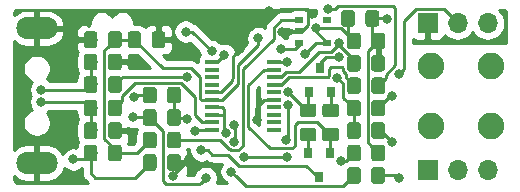
<source format=gbr>
G04 #@! TF.GenerationSoftware,KiCad,Pcbnew,(5.1.4)-1*
G04 #@! TF.CreationDate,2020-11-01T21:23:20+01:00*
G04 #@! TF.ProjectId,deauther-andromeda,64656175-7468-4657-922d-616e64726f6d,rev?*
G04 #@! TF.SameCoordinates,Original*
G04 #@! TF.FileFunction,Copper,L2,Bot*
G04 #@! TF.FilePolarity,Positive*
%FSLAX46Y46*%
G04 Gerber Fmt 4.6, Leading zero omitted, Abs format (unit mm)*
G04 Created by KiCad (PCBNEW (5.1.4)-1) date 2020-11-01 21:23:20*
%MOMM*%
%LPD*%
G04 APERTURE LIST*
%ADD10R,0.800000X0.550000*%
%ADD11C,2.250000*%
%ADD12C,0.100000*%
%ADD13C,1.150000*%
%ADD14R,0.800000X0.900000*%
%ADD15R,1.200000X0.400000*%
%ADD16O,3.500000X1.900000*%
%ADD17R,1.700000X1.700000*%
%ADD18O,1.700000X1.700000*%
%ADD19C,0.800000*%
%ADD20C,0.250000*%
%ADD21C,0.254000*%
G04 APERTURE END LIST*
D10*
X153179780Y-78458140D03*
X150779780Y-78458140D03*
X150779780Y-77508140D03*
X150779780Y-76558140D03*
X153179780Y-76558140D03*
D11*
X161954000Y-80474000D03*
X167034000Y-80474000D03*
X161954000Y-85554000D03*
X167034000Y-85554000D03*
D12*
G36*
X138494505Y-87911204D02*
G01*
X138518773Y-87914804D01*
X138542572Y-87920765D01*
X138565671Y-87929030D01*
X138587850Y-87939520D01*
X138608893Y-87952132D01*
X138628599Y-87966747D01*
X138646777Y-87983223D01*
X138663253Y-88001401D01*
X138677868Y-88021107D01*
X138690480Y-88042150D01*
X138700970Y-88064329D01*
X138709235Y-88087428D01*
X138715196Y-88111227D01*
X138718796Y-88135495D01*
X138720000Y-88159999D01*
X138720000Y-89060001D01*
X138718796Y-89084505D01*
X138715196Y-89108773D01*
X138709235Y-89132572D01*
X138700970Y-89155671D01*
X138690480Y-89177850D01*
X138677868Y-89198893D01*
X138663253Y-89218599D01*
X138646777Y-89236777D01*
X138628599Y-89253253D01*
X138608893Y-89267868D01*
X138587850Y-89280480D01*
X138565671Y-89290970D01*
X138542572Y-89299235D01*
X138518773Y-89305196D01*
X138494505Y-89308796D01*
X138470001Y-89310000D01*
X137819999Y-89310000D01*
X137795495Y-89308796D01*
X137771227Y-89305196D01*
X137747428Y-89299235D01*
X137724329Y-89290970D01*
X137702150Y-89280480D01*
X137681107Y-89267868D01*
X137661401Y-89253253D01*
X137643223Y-89236777D01*
X137626747Y-89218599D01*
X137612132Y-89198893D01*
X137599520Y-89177850D01*
X137589030Y-89155671D01*
X137580765Y-89132572D01*
X137574804Y-89108773D01*
X137571204Y-89084505D01*
X137570000Y-89060001D01*
X137570000Y-88159999D01*
X137571204Y-88135495D01*
X137574804Y-88111227D01*
X137580765Y-88087428D01*
X137589030Y-88064329D01*
X137599520Y-88042150D01*
X137612132Y-88021107D01*
X137626747Y-88001401D01*
X137643223Y-87983223D01*
X137661401Y-87966747D01*
X137681107Y-87952132D01*
X137702150Y-87939520D01*
X137724329Y-87929030D01*
X137747428Y-87920765D01*
X137771227Y-87914804D01*
X137795495Y-87911204D01*
X137819999Y-87910000D01*
X138470001Y-87910000D01*
X138494505Y-87911204D01*
X138494505Y-87911204D01*
G37*
D13*
X138145000Y-88610000D03*
D12*
G36*
X140544505Y-87911204D02*
G01*
X140568773Y-87914804D01*
X140592572Y-87920765D01*
X140615671Y-87929030D01*
X140637850Y-87939520D01*
X140658893Y-87952132D01*
X140678599Y-87966747D01*
X140696777Y-87983223D01*
X140713253Y-88001401D01*
X140727868Y-88021107D01*
X140740480Y-88042150D01*
X140750970Y-88064329D01*
X140759235Y-88087428D01*
X140765196Y-88111227D01*
X140768796Y-88135495D01*
X140770000Y-88159999D01*
X140770000Y-89060001D01*
X140768796Y-89084505D01*
X140765196Y-89108773D01*
X140759235Y-89132572D01*
X140750970Y-89155671D01*
X140740480Y-89177850D01*
X140727868Y-89198893D01*
X140713253Y-89218599D01*
X140696777Y-89236777D01*
X140678599Y-89253253D01*
X140658893Y-89267868D01*
X140637850Y-89280480D01*
X140615671Y-89290970D01*
X140592572Y-89299235D01*
X140568773Y-89305196D01*
X140544505Y-89308796D01*
X140520001Y-89310000D01*
X139869999Y-89310000D01*
X139845495Y-89308796D01*
X139821227Y-89305196D01*
X139797428Y-89299235D01*
X139774329Y-89290970D01*
X139752150Y-89280480D01*
X139731107Y-89267868D01*
X139711401Y-89253253D01*
X139693223Y-89236777D01*
X139676747Y-89218599D01*
X139662132Y-89198893D01*
X139649520Y-89177850D01*
X139639030Y-89155671D01*
X139630765Y-89132572D01*
X139624804Y-89108773D01*
X139621204Y-89084505D01*
X139620000Y-89060001D01*
X139620000Y-88159999D01*
X139621204Y-88135495D01*
X139624804Y-88111227D01*
X139630765Y-88087428D01*
X139639030Y-88064329D01*
X139649520Y-88042150D01*
X139662132Y-88021107D01*
X139676747Y-88001401D01*
X139693223Y-87983223D01*
X139711401Y-87966747D01*
X139731107Y-87952132D01*
X139752150Y-87939520D01*
X139774329Y-87929030D01*
X139797428Y-87920765D01*
X139821227Y-87914804D01*
X139845495Y-87911204D01*
X139869999Y-87910000D01*
X140520001Y-87910000D01*
X140544505Y-87911204D01*
X140544505Y-87911204D01*
G37*
D13*
X140195000Y-88610000D03*
D12*
G36*
X133494505Y-85201204D02*
G01*
X133518773Y-85204804D01*
X133542572Y-85210765D01*
X133565671Y-85219030D01*
X133587850Y-85229520D01*
X133608893Y-85242132D01*
X133628599Y-85256747D01*
X133646777Y-85273223D01*
X133663253Y-85291401D01*
X133677868Y-85311107D01*
X133690480Y-85332150D01*
X133700970Y-85354329D01*
X133709235Y-85377428D01*
X133715196Y-85401227D01*
X133718796Y-85425495D01*
X133720000Y-85449999D01*
X133720000Y-86350001D01*
X133718796Y-86374505D01*
X133715196Y-86398773D01*
X133709235Y-86422572D01*
X133700970Y-86445671D01*
X133690480Y-86467850D01*
X133677868Y-86488893D01*
X133663253Y-86508599D01*
X133646777Y-86526777D01*
X133628599Y-86543253D01*
X133608893Y-86557868D01*
X133587850Y-86570480D01*
X133565671Y-86580970D01*
X133542572Y-86589235D01*
X133518773Y-86595196D01*
X133494505Y-86598796D01*
X133470001Y-86600000D01*
X132819999Y-86600000D01*
X132795495Y-86598796D01*
X132771227Y-86595196D01*
X132747428Y-86589235D01*
X132724329Y-86580970D01*
X132702150Y-86570480D01*
X132681107Y-86557868D01*
X132661401Y-86543253D01*
X132643223Y-86526777D01*
X132626747Y-86508599D01*
X132612132Y-86488893D01*
X132599520Y-86467850D01*
X132589030Y-86445671D01*
X132580765Y-86422572D01*
X132574804Y-86398773D01*
X132571204Y-86374505D01*
X132570000Y-86350001D01*
X132570000Y-85449999D01*
X132571204Y-85425495D01*
X132574804Y-85401227D01*
X132580765Y-85377428D01*
X132589030Y-85354329D01*
X132599520Y-85332150D01*
X132612132Y-85311107D01*
X132626747Y-85291401D01*
X132643223Y-85273223D01*
X132661401Y-85256747D01*
X132681107Y-85242132D01*
X132702150Y-85229520D01*
X132724329Y-85219030D01*
X132747428Y-85210765D01*
X132771227Y-85204804D01*
X132795495Y-85201204D01*
X132819999Y-85200000D01*
X133470001Y-85200000D01*
X133494505Y-85201204D01*
X133494505Y-85201204D01*
G37*
D13*
X133145000Y-85900000D03*
D12*
G36*
X135544505Y-85201204D02*
G01*
X135568773Y-85204804D01*
X135592572Y-85210765D01*
X135615671Y-85219030D01*
X135637850Y-85229520D01*
X135658893Y-85242132D01*
X135678599Y-85256747D01*
X135696777Y-85273223D01*
X135713253Y-85291401D01*
X135727868Y-85311107D01*
X135740480Y-85332150D01*
X135750970Y-85354329D01*
X135759235Y-85377428D01*
X135765196Y-85401227D01*
X135768796Y-85425495D01*
X135770000Y-85449999D01*
X135770000Y-86350001D01*
X135768796Y-86374505D01*
X135765196Y-86398773D01*
X135759235Y-86422572D01*
X135750970Y-86445671D01*
X135740480Y-86467850D01*
X135727868Y-86488893D01*
X135713253Y-86508599D01*
X135696777Y-86526777D01*
X135678599Y-86543253D01*
X135658893Y-86557868D01*
X135637850Y-86570480D01*
X135615671Y-86580970D01*
X135592572Y-86589235D01*
X135568773Y-86595196D01*
X135544505Y-86598796D01*
X135520001Y-86600000D01*
X134869999Y-86600000D01*
X134845495Y-86598796D01*
X134821227Y-86595196D01*
X134797428Y-86589235D01*
X134774329Y-86580970D01*
X134752150Y-86570480D01*
X134731107Y-86557868D01*
X134711401Y-86543253D01*
X134693223Y-86526777D01*
X134676747Y-86508599D01*
X134662132Y-86488893D01*
X134649520Y-86467850D01*
X134639030Y-86445671D01*
X134630765Y-86422572D01*
X134624804Y-86398773D01*
X134621204Y-86374505D01*
X134620000Y-86350001D01*
X134620000Y-85449999D01*
X134621204Y-85425495D01*
X134624804Y-85401227D01*
X134630765Y-85377428D01*
X134639030Y-85354329D01*
X134649520Y-85332150D01*
X134662132Y-85311107D01*
X134676747Y-85291401D01*
X134693223Y-85273223D01*
X134711401Y-85256747D01*
X134731107Y-85242132D01*
X134752150Y-85229520D01*
X134774329Y-85219030D01*
X134797428Y-85210765D01*
X134821227Y-85204804D01*
X134845495Y-85201204D01*
X134869999Y-85200000D01*
X135520001Y-85200000D01*
X135544505Y-85201204D01*
X135544505Y-85201204D01*
G37*
D13*
X135195000Y-85900000D03*
D12*
G36*
X133494505Y-79401204D02*
G01*
X133518773Y-79404804D01*
X133542572Y-79410765D01*
X133565671Y-79419030D01*
X133587850Y-79429520D01*
X133608893Y-79442132D01*
X133628599Y-79456747D01*
X133646777Y-79473223D01*
X133663253Y-79491401D01*
X133677868Y-79511107D01*
X133690480Y-79532150D01*
X133700970Y-79554329D01*
X133709235Y-79577428D01*
X133715196Y-79601227D01*
X133718796Y-79625495D01*
X133720000Y-79649999D01*
X133720000Y-80550001D01*
X133718796Y-80574505D01*
X133715196Y-80598773D01*
X133709235Y-80622572D01*
X133700970Y-80645671D01*
X133690480Y-80667850D01*
X133677868Y-80688893D01*
X133663253Y-80708599D01*
X133646777Y-80726777D01*
X133628599Y-80743253D01*
X133608893Y-80757868D01*
X133587850Y-80770480D01*
X133565671Y-80780970D01*
X133542572Y-80789235D01*
X133518773Y-80795196D01*
X133494505Y-80798796D01*
X133470001Y-80800000D01*
X132819999Y-80800000D01*
X132795495Y-80798796D01*
X132771227Y-80795196D01*
X132747428Y-80789235D01*
X132724329Y-80780970D01*
X132702150Y-80770480D01*
X132681107Y-80757868D01*
X132661401Y-80743253D01*
X132643223Y-80726777D01*
X132626747Y-80708599D01*
X132612132Y-80688893D01*
X132599520Y-80667850D01*
X132589030Y-80645671D01*
X132580765Y-80622572D01*
X132574804Y-80598773D01*
X132571204Y-80574505D01*
X132570000Y-80550001D01*
X132570000Y-79649999D01*
X132571204Y-79625495D01*
X132574804Y-79601227D01*
X132580765Y-79577428D01*
X132589030Y-79554329D01*
X132599520Y-79532150D01*
X132612132Y-79511107D01*
X132626747Y-79491401D01*
X132643223Y-79473223D01*
X132661401Y-79456747D01*
X132681107Y-79442132D01*
X132702150Y-79429520D01*
X132724329Y-79419030D01*
X132747428Y-79410765D01*
X132771227Y-79404804D01*
X132795495Y-79401204D01*
X132819999Y-79400000D01*
X133470001Y-79400000D01*
X133494505Y-79401204D01*
X133494505Y-79401204D01*
G37*
D13*
X133145000Y-80100000D03*
D12*
G36*
X135544505Y-79401204D02*
G01*
X135568773Y-79404804D01*
X135592572Y-79410765D01*
X135615671Y-79419030D01*
X135637850Y-79429520D01*
X135658893Y-79442132D01*
X135678599Y-79456747D01*
X135696777Y-79473223D01*
X135713253Y-79491401D01*
X135727868Y-79511107D01*
X135740480Y-79532150D01*
X135750970Y-79554329D01*
X135759235Y-79577428D01*
X135765196Y-79601227D01*
X135768796Y-79625495D01*
X135770000Y-79649999D01*
X135770000Y-80550001D01*
X135768796Y-80574505D01*
X135765196Y-80598773D01*
X135759235Y-80622572D01*
X135750970Y-80645671D01*
X135740480Y-80667850D01*
X135727868Y-80688893D01*
X135713253Y-80708599D01*
X135696777Y-80726777D01*
X135678599Y-80743253D01*
X135658893Y-80757868D01*
X135637850Y-80770480D01*
X135615671Y-80780970D01*
X135592572Y-80789235D01*
X135568773Y-80795196D01*
X135544505Y-80798796D01*
X135520001Y-80800000D01*
X134869999Y-80800000D01*
X134845495Y-80798796D01*
X134821227Y-80795196D01*
X134797428Y-80789235D01*
X134774329Y-80780970D01*
X134752150Y-80770480D01*
X134731107Y-80757868D01*
X134711401Y-80743253D01*
X134693223Y-80726777D01*
X134676747Y-80708599D01*
X134662132Y-80688893D01*
X134649520Y-80667850D01*
X134639030Y-80645671D01*
X134630765Y-80622572D01*
X134624804Y-80598773D01*
X134621204Y-80574505D01*
X134620000Y-80550001D01*
X134620000Y-79649999D01*
X134621204Y-79625495D01*
X134624804Y-79601227D01*
X134630765Y-79577428D01*
X134639030Y-79554329D01*
X134649520Y-79532150D01*
X134662132Y-79511107D01*
X134676747Y-79491401D01*
X134693223Y-79473223D01*
X134711401Y-79456747D01*
X134731107Y-79442132D01*
X134752150Y-79429520D01*
X134774329Y-79419030D01*
X134797428Y-79410765D01*
X134821227Y-79404804D01*
X134845495Y-79401204D01*
X134869999Y-79400000D01*
X135520001Y-79400000D01*
X135544505Y-79401204D01*
X135544505Y-79401204D01*
G37*
D13*
X135195000Y-80100000D03*
D12*
G36*
X139244505Y-77501204D02*
G01*
X139268773Y-77504804D01*
X139292572Y-77510765D01*
X139315671Y-77519030D01*
X139337850Y-77529520D01*
X139358893Y-77542132D01*
X139378599Y-77556747D01*
X139396777Y-77573223D01*
X139413253Y-77591401D01*
X139427868Y-77611107D01*
X139440480Y-77632150D01*
X139450970Y-77654329D01*
X139459235Y-77677428D01*
X139465196Y-77701227D01*
X139468796Y-77725495D01*
X139470000Y-77749999D01*
X139470000Y-78650001D01*
X139468796Y-78674505D01*
X139465196Y-78698773D01*
X139459235Y-78722572D01*
X139450970Y-78745671D01*
X139440480Y-78767850D01*
X139427868Y-78788893D01*
X139413253Y-78808599D01*
X139396777Y-78826777D01*
X139378599Y-78843253D01*
X139358893Y-78857868D01*
X139337850Y-78870480D01*
X139315671Y-78880970D01*
X139292572Y-78889235D01*
X139268773Y-78895196D01*
X139244505Y-78898796D01*
X139220001Y-78900000D01*
X138569999Y-78900000D01*
X138545495Y-78898796D01*
X138521227Y-78895196D01*
X138497428Y-78889235D01*
X138474329Y-78880970D01*
X138452150Y-78870480D01*
X138431107Y-78857868D01*
X138411401Y-78843253D01*
X138393223Y-78826777D01*
X138376747Y-78808599D01*
X138362132Y-78788893D01*
X138349520Y-78767850D01*
X138339030Y-78745671D01*
X138330765Y-78722572D01*
X138324804Y-78698773D01*
X138321204Y-78674505D01*
X138320000Y-78650001D01*
X138320000Y-77749999D01*
X138321204Y-77725495D01*
X138324804Y-77701227D01*
X138330765Y-77677428D01*
X138339030Y-77654329D01*
X138349520Y-77632150D01*
X138362132Y-77611107D01*
X138376747Y-77591401D01*
X138393223Y-77573223D01*
X138411401Y-77556747D01*
X138431107Y-77542132D01*
X138452150Y-77529520D01*
X138474329Y-77519030D01*
X138497428Y-77510765D01*
X138521227Y-77504804D01*
X138545495Y-77501204D01*
X138569999Y-77500000D01*
X139220001Y-77500000D01*
X139244505Y-77501204D01*
X139244505Y-77501204D01*
G37*
D13*
X138895000Y-78200000D03*
D12*
G36*
X137194505Y-77501204D02*
G01*
X137218773Y-77504804D01*
X137242572Y-77510765D01*
X137265671Y-77519030D01*
X137287850Y-77529520D01*
X137308893Y-77542132D01*
X137328599Y-77556747D01*
X137346777Y-77573223D01*
X137363253Y-77591401D01*
X137377868Y-77611107D01*
X137390480Y-77632150D01*
X137400970Y-77654329D01*
X137409235Y-77677428D01*
X137415196Y-77701227D01*
X137418796Y-77725495D01*
X137420000Y-77749999D01*
X137420000Y-78650001D01*
X137418796Y-78674505D01*
X137415196Y-78698773D01*
X137409235Y-78722572D01*
X137400970Y-78745671D01*
X137390480Y-78767850D01*
X137377868Y-78788893D01*
X137363253Y-78808599D01*
X137346777Y-78826777D01*
X137328599Y-78843253D01*
X137308893Y-78857868D01*
X137287850Y-78870480D01*
X137265671Y-78880970D01*
X137242572Y-78889235D01*
X137218773Y-78895196D01*
X137194505Y-78898796D01*
X137170001Y-78900000D01*
X136519999Y-78900000D01*
X136495495Y-78898796D01*
X136471227Y-78895196D01*
X136447428Y-78889235D01*
X136424329Y-78880970D01*
X136402150Y-78870480D01*
X136381107Y-78857868D01*
X136361401Y-78843253D01*
X136343223Y-78826777D01*
X136326747Y-78808599D01*
X136312132Y-78788893D01*
X136299520Y-78767850D01*
X136289030Y-78745671D01*
X136280765Y-78722572D01*
X136274804Y-78698773D01*
X136271204Y-78674505D01*
X136270000Y-78650001D01*
X136270000Y-77749999D01*
X136271204Y-77725495D01*
X136274804Y-77701227D01*
X136280765Y-77677428D01*
X136289030Y-77654329D01*
X136299520Y-77632150D01*
X136312132Y-77611107D01*
X136326747Y-77591401D01*
X136343223Y-77573223D01*
X136361401Y-77556747D01*
X136381107Y-77542132D01*
X136402150Y-77529520D01*
X136424329Y-77519030D01*
X136447428Y-77510765D01*
X136471227Y-77504804D01*
X136495495Y-77501204D01*
X136519999Y-77500000D01*
X137170001Y-77500000D01*
X137194505Y-77501204D01*
X137194505Y-77501204D01*
G37*
D13*
X136845000Y-78200000D03*
D12*
G36*
X140544505Y-86011204D02*
G01*
X140568773Y-86014804D01*
X140592572Y-86020765D01*
X140615671Y-86029030D01*
X140637850Y-86039520D01*
X140658893Y-86052132D01*
X140678599Y-86066747D01*
X140696777Y-86083223D01*
X140713253Y-86101401D01*
X140727868Y-86121107D01*
X140740480Y-86142150D01*
X140750970Y-86164329D01*
X140759235Y-86187428D01*
X140765196Y-86211227D01*
X140768796Y-86235495D01*
X140770000Y-86259999D01*
X140770000Y-87160001D01*
X140768796Y-87184505D01*
X140765196Y-87208773D01*
X140759235Y-87232572D01*
X140750970Y-87255671D01*
X140740480Y-87277850D01*
X140727868Y-87298893D01*
X140713253Y-87318599D01*
X140696777Y-87336777D01*
X140678599Y-87353253D01*
X140658893Y-87367868D01*
X140637850Y-87380480D01*
X140615671Y-87390970D01*
X140592572Y-87399235D01*
X140568773Y-87405196D01*
X140544505Y-87408796D01*
X140520001Y-87410000D01*
X139869999Y-87410000D01*
X139845495Y-87408796D01*
X139821227Y-87405196D01*
X139797428Y-87399235D01*
X139774329Y-87390970D01*
X139752150Y-87380480D01*
X139731107Y-87367868D01*
X139711401Y-87353253D01*
X139693223Y-87336777D01*
X139676747Y-87318599D01*
X139662132Y-87298893D01*
X139649520Y-87277850D01*
X139639030Y-87255671D01*
X139630765Y-87232572D01*
X139624804Y-87208773D01*
X139621204Y-87184505D01*
X139620000Y-87160001D01*
X139620000Y-86259999D01*
X139621204Y-86235495D01*
X139624804Y-86211227D01*
X139630765Y-86187428D01*
X139639030Y-86164329D01*
X139649520Y-86142150D01*
X139662132Y-86121107D01*
X139676747Y-86101401D01*
X139693223Y-86083223D01*
X139711401Y-86066747D01*
X139731107Y-86052132D01*
X139752150Y-86039520D01*
X139774329Y-86029030D01*
X139797428Y-86020765D01*
X139821227Y-86014804D01*
X139845495Y-86011204D01*
X139869999Y-86010000D01*
X140520001Y-86010000D01*
X140544505Y-86011204D01*
X140544505Y-86011204D01*
G37*
D13*
X140195000Y-86710000D03*
D12*
G36*
X138494505Y-86011204D02*
G01*
X138518773Y-86014804D01*
X138542572Y-86020765D01*
X138565671Y-86029030D01*
X138587850Y-86039520D01*
X138608893Y-86052132D01*
X138628599Y-86066747D01*
X138646777Y-86083223D01*
X138663253Y-86101401D01*
X138677868Y-86121107D01*
X138690480Y-86142150D01*
X138700970Y-86164329D01*
X138709235Y-86187428D01*
X138715196Y-86211227D01*
X138718796Y-86235495D01*
X138720000Y-86259999D01*
X138720000Y-87160001D01*
X138718796Y-87184505D01*
X138715196Y-87208773D01*
X138709235Y-87232572D01*
X138700970Y-87255671D01*
X138690480Y-87277850D01*
X138677868Y-87298893D01*
X138663253Y-87318599D01*
X138646777Y-87336777D01*
X138628599Y-87353253D01*
X138608893Y-87367868D01*
X138587850Y-87380480D01*
X138565671Y-87390970D01*
X138542572Y-87399235D01*
X138518773Y-87405196D01*
X138494505Y-87408796D01*
X138470001Y-87410000D01*
X137819999Y-87410000D01*
X137795495Y-87408796D01*
X137771227Y-87405196D01*
X137747428Y-87399235D01*
X137724329Y-87390970D01*
X137702150Y-87380480D01*
X137681107Y-87367868D01*
X137661401Y-87353253D01*
X137643223Y-87336777D01*
X137626747Y-87318599D01*
X137612132Y-87298893D01*
X137599520Y-87277850D01*
X137589030Y-87255671D01*
X137580765Y-87232572D01*
X137574804Y-87208773D01*
X137571204Y-87184505D01*
X137570000Y-87160001D01*
X137570000Y-86259999D01*
X137571204Y-86235495D01*
X137574804Y-86211227D01*
X137580765Y-86187428D01*
X137589030Y-86164329D01*
X137599520Y-86142150D01*
X137612132Y-86121107D01*
X137626747Y-86101401D01*
X137643223Y-86083223D01*
X137661401Y-86066747D01*
X137681107Y-86052132D01*
X137702150Y-86039520D01*
X137724329Y-86029030D01*
X137747428Y-86020765D01*
X137771227Y-86014804D01*
X137795495Y-86011204D01*
X137819999Y-86010000D01*
X138470001Y-86010000D01*
X138494505Y-86011204D01*
X138494505Y-86011204D01*
G37*
D13*
X138145000Y-86710000D03*
D12*
G36*
X133494505Y-81301204D02*
G01*
X133518773Y-81304804D01*
X133542572Y-81310765D01*
X133565671Y-81319030D01*
X133587850Y-81329520D01*
X133608893Y-81342132D01*
X133628599Y-81356747D01*
X133646777Y-81373223D01*
X133663253Y-81391401D01*
X133677868Y-81411107D01*
X133690480Y-81432150D01*
X133700970Y-81454329D01*
X133709235Y-81477428D01*
X133715196Y-81501227D01*
X133718796Y-81525495D01*
X133720000Y-81549999D01*
X133720000Y-82450001D01*
X133718796Y-82474505D01*
X133715196Y-82498773D01*
X133709235Y-82522572D01*
X133700970Y-82545671D01*
X133690480Y-82567850D01*
X133677868Y-82588893D01*
X133663253Y-82608599D01*
X133646777Y-82626777D01*
X133628599Y-82643253D01*
X133608893Y-82657868D01*
X133587850Y-82670480D01*
X133565671Y-82680970D01*
X133542572Y-82689235D01*
X133518773Y-82695196D01*
X133494505Y-82698796D01*
X133470001Y-82700000D01*
X132819999Y-82700000D01*
X132795495Y-82698796D01*
X132771227Y-82695196D01*
X132747428Y-82689235D01*
X132724329Y-82680970D01*
X132702150Y-82670480D01*
X132681107Y-82657868D01*
X132661401Y-82643253D01*
X132643223Y-82626777D01*
X132626747Y-82608599D01*
X132612132Y-82588893D01*
X132599520Y-82567850D01*
X132589030Y-82545671D01*
X132580765Y-82522572D01*
X132574804Y-82498773D01*
X132571204Y-82474505D01*
X132570000Y-82450001D01*
X132570000Y-81549999D01*
X132571204Y-81525495D01*
X132574804Y-81501227D01*
X132580765Y-81477428D01*
X132589030Y-81454329D01*
X132599520Y-81432150D01*
X132612132Y-81411107D01*
X132626747Y-81391401D01*
X132643223Y-81373223D01*
X132661401Y-81356747D01*
X132681107Y-81342132D01*
X132702150Y-81329520D01*
X132724329Y-81319030D01*
X132747428Y-81310765D01*
X132771227Y-81304804D01*
X132795495Y-81301204D01*
X132819999Y-81300000D01*
X133470001Y-81300000D01*
X133494505Y-81301204D01*
X133494505Y-81301204D01*
G37*
D13*
X133145000Y-82000000D03*
D12*
G36*
X135544505Y-81301204D02*
G01*
X135568773Y-81304804D01*
X135592572Y-81310765D01*
X135615671Y-81319030D01*
X135637850Y-81329520D01*
X135658893Y-81342132D01*
X135678599Y-81356747D01*
X135696777Y-81373223D01*
X135713253Y-81391401D01*
X135727868Y-81411107D01*
X135740480Y-81432150D01*
X135750970Y-81454329D01*
X135759235Y-81477428D01*
X135765196Y-81501227D01*
X135768796Y-81525495D01*
X135770000Y-81549999D01*
X135770000Y-82450001D01*
X135768796Y-82474505D01*
X135765196Y-82498773D01*
X135759235Y-82522572D01*
X135750970Y-82545671D01*
X135740480Y-82567850D01*
X135727868Y-82588893D01*
X135713253Y-82608599D01*
X135696777Y-82626777D01*
X135678599Y-82643253D01*
X135658893Y-82657868D01*
X135637850Y-82670480D01*
X135615671Y-82680970D01*
X135592572Y-82689235D01*
X135568773Y-82695196D01*
X135544505Y-82698796D01*
X135520001Y-82700000D01*
X134869999Y-82700000D01*
X134845495Y-82698796D01*
X134821227Y-82695196D01*
X134797428Y-82689235D01*
X134774329Y-82680970D01*
X134752150Y-82670480D01*
X134731107Y-82657868D01*
X134711401Y-82643253D01*
X134693223Y-82626777D01*
X134676747Y-82608599D01*
X134662132Y-82588893D01*
X134649520Y-82567850D01*
X134639030Y-82545671D01*
X134630765Y-82522572D01*
X134624804Y-82498773D01*
X134621204Y-82474505D01*
X134620000Y-82450001D01*
X134620000Y-81549999D01*
X134621204Y-81525495D01*
X134624804Y-81501227D01*
X134630765Y-81477428D01*
X134639030Y-81454329D01*
X134649520Y-81432150D01*
X134662132Y-81411107D01*
X134676747Y-81391401D01*
X134693223Y-81373223D01*
X134711401Y-81356747D01*
X134731107Y-81342132D01*
X134752150Y-81329520D01*
X134774329Y-81319030D01*
X134797428Y-81310765D01*
X134821227Y-81304804D01*
X134845495Y-81301204D01*
X134869999Y-81300000D01*
X135520001Y-81300000D01*
X135544505Y-81301204D01*
X135544505Y-81301204D01*
G37*
D13*
X135195000Y-82000000D03*
D12*
G36*
X133494505Y-83301204D02*
G01*
X133518773Y-83304804D01*
X133542572Y-83310765D01*
X133565671Y-83319030D01*
X133587850Y-83329520D01*
X133608893Y-83342132D01*
X133628599Y-83356747D01*
X133646777Y-83373223D01*
X133663253Y-83391401D01*
X133677868Y-83411107D01*
X133690480Y-83432150D01*
X133700970Y-83454329D01*
X133709235Y-83477428D01*
X133715196Y-83501227D01*
X133718796Y-83525495D01*
X133720000Y-83549999D01*
X133720000Y-84450001D01*
X133718796Y-84474505D01*
X133715196Y-84498773D01*
X133709235Y-84522572D01*
X133700970Y-84545671D01*
X133690480Y-84567850D01*
X133677868Y-84588893D01*
X133663253Y-84608599D01*
X133646777Y-84626777D01*
X133628599Y-84643253D01*
X133608893Y-84657868D01*
X133587850Y-84670480D01*
X133565671Y-84680970D01*
X133542572Y-84689235D01*
X133518773Y-84695196D01*
X133494505Y-84698796D01*
X133470001Y-84700000D01*
X132819999Y-84700000D01*
X132795495Y-84698796D01*
X132771227Y-84695196D01*
X132747428Y-84689235D01*
X132724329Y-84680970D01*
X132702150Y-84670480D01*
X132681107Y-84657868D01*
X132661401Y-84643253D01*
X132643223Y-84626777D01*
X132626747Y-84608599D01*
X132612132Y-84588893D01*
X132599520Y-84567850D01*
X132589030Y-84545671D01*
X132580765Y-84522572D01*
X132574804Y-84498773D01*
X132571204Y-84474505D01*
X132570000Y-84450001D01*
X132570000Y-83549999D01*
X132571204Y-83525495D01*
X132574804Y-83501227D01*
X132580765Y-83477428D01*
X132589030Y-83454329D01*
X132599520Y-83432150D01*
X132612132Y-83411107D01*
X132626747Y-83391401D01*
X132643223Y-83373223D01*
X132661401Y-83356747D01*
X132681107Y-83342132D01*
X132702150Y-83329520D01*
X132724329Y-83319030D01*
X132747428Y-83310765D01*
X132771227Y-83304804D01*
X132795495Y-83301204D01*
X132819999Y-83300000D01*
X133470001Y-83300000D01*
X133494505Y-83301204D01*
X133494505Y-83301204D01*
G37*
D13*
X133145000Y-84000000D03*
D12*
G36*
X135544505Y-83301204D02*
G01*
X135568773Y-83304804D01*
X135592572Y-83310765D01*
X135615671Y-83319030D01*
X135637850Y-83329520D01*
X135658893Y-83342132D01*
X135678599Y-83356747D01*
X135696777Y-83373223D01*
X135713253Y-83391401D01*
X135727868Y-83411107D01*
X135740480Y-83432150D01*
X135750970Y-83454329D01*
X135759235Y-83477428D01*
X135765196Y-83501227D01*
X135768796Y-83525495D01*
X135770000Y-83549999D01*
X135770000Y-84450001D01*
X135768796Y-84474505D01*
X135765196Y-84498773D01*
X135759235Y-84522572D01*
X135750970Y-84545671D01*
X135740480Y-84567850D01*
X135727868Y-84588893D01*
X135713253Y-84608599D01*
X135696777Y-84626777D01*
X135678599Y-84643253D01*
X135658893Y-84657868D01*
X135637850Y-84670480D01*
X135615671Y-84680970D01*
X135592572Y-84689235D01*
X135568773Y-84695196D01*
X135544505Y-84698796D01*
X135520001Y-84700000D01*
X134869999Y-84700000D01*
X134845495Y-84698796D01*
X134821227Y-84695196D01*
X134797428Y-84689235D01*
X134774329Y-84680970D01*
X134752150Y-84670480D01*
X134731107Y-84657868D01*
X134711401Y-84643253D01*
X134693223Y-84626777D01*
X134676747Y-84608599D01*
X134662132Y-84588893D01*
X134649520Y-84567850D01*
X134639030Y-84545671D01*
X134630765Y-84522572D01*
X134624804Y-84498773D01*
X134621204Y-84474505D01*
X134620000Y-84450001D01*
X134620000Y-83549999D01*
X134621204Y-83525495D01*
X134624804Y-83501227D01*
X134630765Y-83477428D01*
X134639030Y-83454329D01*
X134649520Y-83432150D01*
X134662132Y-83411107D01*
X134676747Y-83391401D01*
X134693223Y-83373223D01*
X134711401Y-83356747D01*
X134731107Y-83342132D01*
X134752150Y-83329520D01*
X134774329Y-83319030D01*
X134797428Y-83310765D01*
X134821227Y-83304804D01*
X134845495Y-83301204D01*
X134869999Y-83300000D01*
X135520001Y-83300000D01*
X135544505Y-83301204D01*
X135544505Y-83301204D01*
G37*
D13*
X135195000Y-84000000D03*
D12*
G36*
X152034505Y-85671204D02*
G01*
X152058773Y-85674804D01*
X152082572Y-85680765D01*
X152105671Y-85689030D01*
X152127850Y-85699520D01*
X152148893Y-85712132D01*
X152168599Y-85726747D01*
X152186777Y-85743223D01*
X152203253Y-85761401D01*
X152217868Y-85781107D01*
X152230480Y-85802150D01*
X152240970Y-85824329D01*
X152249235Y-85847428D01*
X152255196Y-85871227D01*
X152258796Y-85895495D01*
X152260000Y-85919999D01*
X152260000Y-86570001D01*
X152258796Y-86594505D01*
X152255196Y-86618773D01*
X152249235Y-86642572D01*
X152240970Y-86665671D01*
X152230480Y-86687850D01*
X152217868Y-86708893D01*
X152203253Y-86728599D01*
X152186777Y-86746777D01*
X152168599Y-86763253D01*
X152148893Y-86777868D01*
X152127850Y-86790480D01*
X152105671Y-86800970D01*
X152082572Y-86809235D01*
X152058773Y-86815196D01*
X152034505Y-86818796D01*
X152010001Y-86820000D01*
X151109999Y-86820000D01*
X151085495Y-86818796D01*
X151061227Y-86815196D01*
X151037428Y-86809235D01*
X151014329Y-86800970D01*
X150992150Y-86790480D01*
X150971107Y-86777868D01*
X150951401Y-86763253D01*
X150933223Y-86746777D01*
X150916747Y-86728599D01*
X150902132Y-86708893D01*
X150889520Y-86687850D01*
X150879030Y-86665671D01*
X150870765Y-86642572D01*
X150864804Y-86618773D01*
X150861204Y-86594505D01*
X150860000Y-86570001D01*
X150860000Y-85919999D01*
X150861204Y-85895495D01*
X150864804Y-85871227D01*
X150870765Y-85847428D01*
X150879030Y-85824329D01*
X150889520Y-85802150D01*
X150902132Y-85781107D01*
X150916747Y-85761401D01*
X150933223Y-85743223D01*
X150951401Y-85726747D01*
X150971107Y-85712132D01*
X150992150Y-85699520D01*
X151014329Y-85689030D01*
X151037428Y-85680765D01*
X151061227Y-85674804D01*
X151085495Y-85671204D01*
X151109999Y-85670000D01*
X152010001Y-85670000D01*
X152034505Y-85671204D01*
X152034505Y-85671204D01*
G37*
D13*
X151560000Y-86245000D03*
D12*
G36*
X152034505Y-83621204D02*
G01*
X152058773Y-83624804D01*
X152082572Y-83630765D01*
X152105671Y-83639030D01*
X152127850Y-83649520D01*
X152148893Y-83662132D01*
X152168599Y-83676747D01*
X152186777Y-83693223D01*
X152203253Y-83711401D01*
X152217868Y-83731107D01*
X152230480Y-83752150D01*
X152240970Y-83774329D01*
X152249235Y-83797428D01*
X152255196Y-83821227D01*
X152258796Y-83845495D01*
X152260000Y-83869999D01*
X152260000Y-84520001D01*
X152258796Y-84544505D01*
X152255196Y-84568773D01*
X152249235Y-84592572D01*
X152240970Y-84615671D01*
X152230480Y-84637850D01*
X152217868Y-84658893D01*
X152203253Y-84678599D01*
X152186777Y-84696777D01*
X152168599Y-84713253D01*
X152148893Y-84727868D01*
X152127850Y-84740480D01*
X152105671Y-84750970D01*
X152082572Y-84759235D01*
X152058773Y-84765196D01*
X152034505Y-84768796D01*
X152010001Y-84770000D01*
X151109999Y-84770000D01*
X151085495Y-84768796D01*
X151061227Y-84765196D01*
X151037428Y-84759235D01*
X151014329Y-84750970D01*
X150992150Y-84740480D01*
X150971107Y-84727868D01*
X150951401Y-84713253D01*
X150933223Y-84696777D01*
X150916747Y-84678599D01*
X150902132Y-84658893D01*
X150889520Y-84637850D01*
X150879030Y-84615671D01*
X150870765Y-84592572D01*
X150864804Y-84568773D01*
X150861204Y-84544505D01*
X150860000Y-84520001D01*
X150860000Y-83869999D01*
X150861204Y-83845495D01*
X150864804Y-83821227D01*
X150870765Y-83797428D01*
X150879030Y-83774329D01*
X150889520Y-83752150D01*
X150902132Y-83731107D01*
X150916747Y-83711401D01*
X150933223Y-83693223D01*
X150951401Y-83676747D01*
X150971107Y-83662132D01*
X150992150Y-83649520D01*
X151014329Y-83639030D01*
X151037428Y-83630765D01*
X151061227Y-83624804D01*
X151085495Y-83621204D01*
X151109999Y-83620000D01*
X152010001Y-83620000D01*
X152034505Y-83621204D01*
X152034505Y-83621204D01*
G37*
D13*
X151560000Y-84195000D03*
D12*
G36*
X153934505Y-85671204D02*
G01*
X153958773Y-85674804D01*
X153982572Y-85680765D01*
X154005671Y-85689030D01*
X154027850Y-85699520D01*
X154048893Y-85712132D01*
X154068599Y-85726747D01*
X154086777Y-85743223D01*
X154103253Y-85761401D01*
X154117868Y-85781107D01*
X154130480Y-85802150D01*
X154140970Y-85824329D01*
X154149235Y-85847428D01*
X154155196Y-85871227D01*
X154158796Y-85895495D01*
X154160000Y-85919999D01*
X154160000Y-86570001D01*
X154158796Y-86594505D01*
X154155196Y-86618773D01*
X154149235Y-86642572D01*
X154140970Y-86665671D01*
X154130480Y-86687850D01*
X154117868Y-86708893D01*
X154103253Y-86728599D01*
X154086777Y-86746777D01*
X154068599Y-86763253D01*
X154048893Y-86777868D01*
X154027850Y-86790480D01*
X154005671Y-86800970D01*
X153982572Y-86809235D01*
X153958773Y-86815196D01*
X153934505Y-86818796D01*
X153910001Y-86820000D01*
X153009999Y-86820000D01*
X152985495Y-86818796D01*
X152961227Y-86815196D01*
X152937428Y-86809235D01*
X152914329Y-86800970D01*
X152892150Y-86790480D01*
X152871107Y-86777868D01*
X152851401Y-86763253D01*
X152833223Y-86746777D01*
X152816747Y-86728599D01*
X152802132Y-86708893D01*
X152789520Y-86687850D01*
X152779030Y-86665671D01*
X152770765Y-86642572D01*
X152764804Y-86618773D01*
X152761204Y-86594505D01*
X152760000Y-86570001D01*
X152760000Y-85919999D01*
X152761204Y-85895495D01*
X152764804Y-85871227D01*
X152770765Y-85847428D01*
X152779030Y-85824329D01*
X152789520Y-85802150D01*
X152802132Y-85781107D01*
X152816747Y-85761401D01*
X152833223Y-85743223D01*
X152851401Y-85726747D01*
X152871107Y-85712132D01*
X152892150Y-85699520D01*
X152914329Y-85689030D01*
X152937428Y-85680765D01*
X152961227Y-85674804D01*
X152985495Y-85671204D01*
X153009999Y-85670000D01*
X153910001Y-85670000D01*
X153934505Y-85671204D01*
X153934505Y-85671204D01*
G37*
D13*
X153460000Y-86245000D03*
D12*
G36*
X153934505Y-83621204D02*
G01*
X153958773Y-83624804D01*
X153982572Y-83630765D01*
X154005671Y-83639030D01*
X154027850Y-83649520D01*
X154048893Y-83662132D01*
X154068599Y-83676747D01*
X154086777Y-83693223D01*
X154103253Y-83711401D01*
X154117868Y-83731107D01*
X154130480Y-83752150D01*
X154140970Y-83774329D01*
X154149235Y-83797428D01*
X154155196Y-83821227D01*
X154158796Y-83845495D01*
X154160000Y-83869999D01*
X154160000Y-84520001D01*
X154158796Y-84544505D01*
X154155196Y-84568773D01*
X154149235Y-84592572D01*
X154140970Y-84615671D01*
X154130480Y-84637850D01*
X154117868Y-84658893D01*
X154103253Y-84678599D01*
X154086777Y-84696777D01*
X154068599Y-84713253D01*
X154048893Y-84727868D01*
X154027850Y-84740480D01*
X154005671Y-84750970D01*
X153982572Y-84759235D01*
X153958773Y-84765196D01*
X153934505Y-84768796D01*
X153910001Y-84770000D01*
X153009999Y-84770000D01*
X152985495Y-84768796D01*
X152961227Y-84765196D01*
X152937428Y-84759235D01*
X152914329Y-84750970D01*
X152892150Y-84740480D01*
X152871107Y-84727868D01*
X152851401Y-84713253D01*
X152833223Y-84696777D01*
X152816747Y-84678599D01*
X152802132Y-84658893D01*
X152789520Y-84637850D01*
X152779030Y-84615671D01*
X152770765Y-84592572D01*
X152764804Y-84568773D01*
X152761204Y-84544505D01*
X152760000Y-84520001D01*
X152760000Y-83869999D01*
X152761204Y-83845495D01*
X152764804Y-83821227D01*
X152770765Y-83797428D01*
X152779030Y-83774329D01*
X152789520Y-83752150D01*
X152802132Y-83731107D01*
X152816747Y-83711401D01*
X152833223Y-83693223D01*
X152851401Y-83676747D01*
X152871107Y-83662132D01*
X152892150Y-83649520D01*
X152914329Y-83639030D01*
X152937428Y-83630765D01*
X152961227Y-83624804D01*
X152985495Y-83621204D01*
X153009999Y-83620000D01*
X153910001Y-83620000D01*
X153934505Y-83621204D01*
X153934505Y-83621204D01*
G37*
D13*
X153460000Y-84195000D03*
D12*
G36*
X157834505Y-81411204D02*
G01*
X157858773Y-81414804D01*
X157882572Y-81420765D01*
X157905671Y-81429030D01*
X157927850Y-81439520D01*
X157948893Y-81452132D01*
X157968599Y-81466747D01*
X157986777Y-81483223D01*
X158003253Y-81501401D01*
X158017868Y-81521107D01*
X158030480Y-81542150D01*
X158040970Y-81564329D01*
X158049235Y-81587428D01*
X158055196Y-81611227D01*
X158058796Y-81635495D01*
X158060000Y-81659999D01*
X158060000Y-82560001D01*
X158058796Y-82584505D01*
X158055196Y-82608773D01*
X158049235Y-82632572D01*
X158040970Y-82655671D01*
X158030480Y-82677850D01*
X158017868Y-82698893D01*
X158003253Y-82718599D01*
X157986777Y-82736777D01*
X157968599Y-82753253D01*
X157948893Y-82767868D01*
X157927850Y-82780480D01*
X157905671Y-82790970D01*
X157882572Y-82799235D01*
X157858773Y-82805196D01*
X157834505Y-82808796D01*
X157810001Y-82810000D01*
X157159999Y-82810000D01*
X157135495Y-82808796D01*
X157111227Y-82805196D01*
X157087428Y-82799235D01*
X157064329Y-82790970D01*
X157042150Y-82780480D01*
X157021107Y-82767868D01*
X157001401Y-82753253D01*
X156983223Y-82736777D01*
X156966747Y-82718599D01*
X156952132Y-82698893D01*
X156939520Y-82677850D01*
X156929030Y-82655671D01*
X156920765Y-82632572D01*
X156914804Y-82608773D01*
X156911204Y-82584505D01*
X156910000Y-82560001D01*
X156910000Y-81659999D01*
X156911204Y-81635495D01*
X156914804Y-81611227D01*
X156920765Y-81587428D01*
X156929030Y-81564329D01*
X156939520Y-81542150D01*
X156952132Y-81521107D01*
X156966747Y-81501401D01*
X156983223Y-81483223D01*
X157001401Y-81466747D01*
X157021107Y-81452132D01*
X157042150Y-81439520D01*
X157064329Y-81429030D01*
X157087428Y-81420765D01*
X157111227Y-81414804D01*
X157135495Y-81411204D01*
X157159999Y-81410000D01*
X157810001Y-81410000D01*
X157834505Y-81411204D01*
X157834505Y-81411204D01*
G37*
D13*
X157485000Y-82110000D03*
D12*
G36*
X155784505Y-81411204D02*
G01*
X155808773Y-81414804D01*
X155832572Y-81420765D01*
X155855671Y-81429030D01*
X155877850Y-81439520D01*
X155898893Y-81452132D01*
X155918599Y-81466747D01*
X155936777Y-81483223D01*
X155953253Y-81501401D01*
X155967868Y-81521107D01*
X155980480Y-81542150D01*
X155990970Y-81564329D01*
X155999235Y-81587428D01*
X156005196Y-81611227D01*
X156008796Y-81635495D01*
X156010000Y-81659999D01*
X156010000Y-82560001D01*
X156008796Y-82584505D01*
X156005196Y-82608773D01*
X155999235Y-82632572D01*
X155990970Y-82655671D01*
X155980480Y-82677850D01*
X155967868Y-82698893D01*
X155953253Y-82718599D01*
X155936777Y-82736777D01*
X155918599Y-82753253D01*
X155898893Y-82767868D01*
X155877850Y-82780480D01*
X155855671Y-82790970D01*
X155832572Y-82799235D01*
X155808773Y-82805196D01*
X155784505Y-82808796D01*
X155760001Y-82810000D01*
X155109999Y-82810000D01*
X155085495Y-82808796D01*
X155061227Y-82805196D01*
X155037428Y-82799235D01*
X155014329Y-82790970D01*
X154992150Y-82780480D01*
X154971107Y-82767868D01*
X154951401Y-82753253D01*
X154933223Y-82736777D01*
X154916747Y-82718599D01*
X154902132Y-82698893D01*
X154889520Y-82677850D01*
X154879030Y-82655671D01*
X154870765Y-82632572D01*
X154864804Y-82608773D01*
X154861204Y-82584505D01*
X154860000Y-82560001D01*
X154860000Y-81659999D01*
X154861204Y-81635495D01*
X154864804Y-81611227D01*
X154870765Y-81587428D01*
X154879030Y-81564329D01*
X154889520Y-81542150D01*
X154902132Y-81521107D01*
X154916747Y-81501401D01*
X154933223Y-81483223D01*
X154951401Y-81466747D01*
X154971107Y-81452132D01*
X154992150Y-81439520D01*
X155014329Y-81429030D01*
X155037428Y-81420765D01*
X155061227Y-81414804D01*
X155085495Y-81411204D01*
X155109999Y-81410000D01*
X155760001Y-81410000D01*
X155784505Y-81411204D01*
X155784505Y-81411204D01*
G37*
D13*
X155435000Y-82110000D03*
D12*
G36*
X155784505Y-89011204D02*
G01*
X155808773Y-89014804D01*
X155832572Y-89020765D01*
X155855671Y-89029030D01*
X155877850Y-89039520D01*
X155898893Y-89052132D01*
X155918599Y-89066747D01*
X155936777Y-89083223D01*
X155953253Y-89101401D01*
X155967868Y-89121107D01*
X155980480Y-89142150D01*
X155990970Y-89164329D01*
X155999235Y-89187428D01*
X156005196Y-89211227D01*
X156008796Y-89235495D01*
X156010000Y-89259999D01*
X156010000Y-90160001D01*
X156008796Y-90184505D01*
X156005196Y-90208773D01*
X155999235Y-90232572D01*
X155990970Y-90255671D01*
X155980480Y-90277850D01*
X155967868Y-90298893D01*
X155953253Y-90318599D01*
X155936777Y-90336777D01*
X155918599Y-90353253D01*
X155898893Y-90367868D01*
X155877850Y-90380480D01*
X155855671Y-90390970D01*
X155832572Y-90399235D01*
X155808773Y-90405196D01*
X155784505Y-90408796D01*
X155760001Y-90410000D01*
X155109999Y-90410000D01*
X155085495Y-90408796D01*
X155061227Y-90405196D01*
X155037428Y-90399235D01*
X155014329Y-90390970D01*
X154992150Y-90380480D01*
X154971107Y-90367868D01*
X154951401Y-90353253D01*
X154933223Y-90336777D01*
X154916747Y-90318599D01*
X154902132Y-90298893D01*
X154889520Y-90277850D01*
X154879030Y-90255671D01*
X154870765Y-90232572D01*
X154864804Y-90208773D01*
X154861204Y-90184505D01*
X154860000Y-90160001D01*
X154860000Y-89259999D01*
X154861204Y-89235495D01*
X154864804Y-89211227D01*
X154870765Y-89187428D01*
X154879030Y-89164329D01*
X154889520Y-89142150D01*
X154902132Y-89121107D01*
X154916747Y-89101401D01*
X154933223Y-89083223D01*
X154951401Y-89066747D01*
X154971107Y-89052132D01*
X154992150Y-89039520D01*
X155014329Y-89029030D01*
X155037428Y-89020765D01*
X155061227Y-89014804D01*
X155085495Y-89011204D01*
X155109999Y-89010000D01*
X155760001Y-89010000D01*
X155784505Y-89011204D01*
X155784505Y-89011204D01*
G37*
D13*
X155435000Y-89710000D03*
D12*
G36*
X157834505Y-89011204D02*
G01*
X157858773Y-89014804D01*
X157882572Y-89020765D01*
X157905671Y-89029030D01*
X157927850Y-89039520D01*
X157948893Y-89052132D01*
X157968599Y-89066747D01*
X157986777Y-89083223D01*
X158003253Y-89101401D01*
X158017868Y-89121107D01*
X158030480Y-89142150D01*
X158040970Y-89164329D01*
X158049235Y-89187428D01*
X158055196Y-89211227D01*
X158058796Y-89235495D01*
X158060000Y-89259999D01*
X158060000Y-90160001D01*
X158058796Y-90184505D01*
X158055196Y-90208773D01*
X158049235Y-90232572D01*
X158040970Y-90255671D01*
X158030480Y-90277850D01*
X158017868Y-90298893D01*
X158003253Y-90318599D01*
X157986777Y-90336777D01*
X157968599Y-90353253D01*
X157948893Y-90367868D01*
X157927850Y-90380480D01*
X157905671Y-90390970D01*
X157882572Y-90399235D01*
X157858773Y-90405196D01*
X157834505Y-90408796D01*
X157810001Y-90410000D01*
X157159999Y-90410000D01*
X157135495Y-90408796D01*
X157111227Y-90405196D01*
X157087428Y-90399235D01*
X157064329Y-90390970D01*
X157042150Y-90380480D01*
X157021107Y-90367868D01*
X157001401Y-90353253D01*
X156983223Y-90336777D01*
X156966747Y-90318599D01*
X156952132Y-90298893D01*
X156939520Y-90277850D01*
X156929030Y-90255671D01*
X156920765Y-90232572D01*
X156914804Y-90208773D01*
X156911204Y-90184505D01*
X156910000Y-90160001D01*
X156910000Y-89259999D01*
X156911204Y-89235495D01*
X156914804Y-89211227D01*
X156920765Y-89187428D01*
X156929030Y-89164329D01*
X156939520Y-89142150D01*
X156952132Y-89121107D01*
X156966747Y-89101401D01*
X156983223Y-89083223D01*
X157001401Y-89066747D01*
X157021107Y-89052132D01*
X157042150Y-89039520D01*
X157064329Y-89029030D01*
X157087428Y-89020765D01*
X157111227Y-89014804D01*
X157135495Y-89011204D01*
X157159999Y-89010000D01*
X157810001Y-89010000D01*
X157834505Y-89011204D01*
X157834505Y-89011204D01*
G37*
D13*
X157485000Y-89710000D03*
D12*
G36*
X157834505Y-85211204D02*
G01*
X157858773Y-85214804D01*
X157882572Y-85220765D01*
X157905671Y-85229030D01*
X157927850Y-85239520D01*
X157948893Y-85252132D01*
X157968599Y-85266747D01*
X157986777Y-85283223D01*
X158003253Y-85301401D01*
X158017868Y-85321107D01*
X158030480Y-85342150D01*
X158040970Y-85364329D01*
X158049235Y-85387428D01*
X158055196Y-85411227D01*
X158058796Y-85435495D01*
X158060000Y-85459999D01*
X158060000Y-86360001D01*
X158058796Y-86384505D01*
X158055196Y-86408773D01*
X158049235Y-86432572D01*
X158040970Y-86455671D01*
X158030480Y-86477850D01*
X158017868Y-86498893D01*
X158003253Y-86518599D01*
X157986777Y-86536777D01*
X157968599Y-86553253D01*
X157948893Y-86567868D01*
X157927850Y-86580480D01*
X157905671Y-86590970D01*
X157882572Y-86599235D01*
X157858773Y-86605196D01*
X157834505Y-86608796D01*
X157810001Y-86610000D01*
X157159999Y-86610000D01*
X157135495Y-86608796D01*
X157111227Y-86605196D01*
X157087428Y-86599235D01*
X157064329Y-86590970D01*
X157042150Y-86580480D01*
X157021107Y-86567868D01*
X157001401Y-86553253D01*
X156983223Y-86536777D01*
X156966747Y-86518599D01*
X156952132Y-86498893D01*
X156939520Y-86477850D01*
X156929030Y-86455671D01*
X156920765Y-86432572D01*
X156914804Y-86408773D01*
X156911204Y-86384505D01*
X156910000Y-86360001D01*
X156910000Y-85459999D01*
X156911204Y-85435495D01*
X156914804Y-85411227D01*
X156920765Y-85387428D01*
X156929030Y-85364329D01*
X156939520Y-85342150D01*
X156952132Y-85321107D01*
X156966747Y-85301401D01*
X156983223Y-85283223D01*
X157001401Y-85266747D01*
X157021107Y-85252132D01*
X157042150Y-85239520D01*
X157064329Y-85229030D01*
X157087428Y-85220765D01*
X157111227Y-85214804D01*
X157135495Y-85211204D01*
X157159999Y-85210000D01*
X157810001Y-85210000D01*
X157834505Y-85211204D01*
X157834505Y-85211204D01*
G37*
D13*
X157485000Y-85910000D03*
D12*
G36*
X155784505Y-85211204D02*
G01*
X155808773Y-85214804D01*
X155832572Y-85220765D01*
X155855671Y-85229030D01*
X155877850Y-85239520D01*
X155898893Y-85252132D01*
X155918599Y-85266747D01*
X155936777Y-85283223D01*
X155953253Y-85301401D01*
X155967868Y-85321107D01*
X155980480Y-85342150D01*
X155990970Y-85364329D01*
X155999235Y-85387428D01*
X156005196Y-85411227D01*
X156008796Y-85435495D01*
X156010000Y-85459999D01*
X156010000Y-86360001D01*
X156008796Y-86384505D01*
X156005196Y-86408773D01*
X155999235Y-86432572D01*
X155990970Y-86455671D01*
X155980480Y-86477850D01*
X155967868Y-86498893D01*
X155953253Y-86518599D01*
X155936777Y-86536777D01*
X155918599Y-86553253D01*
X155898893Y-86567868D01*
X155877850Y-86580480D01*
X155855671Y-86590970D01*
X155832572Y-86599235D01*
X155808773Y-86605196D01*
X155784505Y-86608796D01*
X155760001Y-86610000D01*
X155109999Y-86610000D01*
X155085495Y-86608796D01*
X155061227Y-86605196D01*
X155037428Y-86599235D01*
X155014329Y-86590970D01*
X154992150Y-86580480D01*
X154971107Y-86567868D01*
X154951401Y-86553253D01*
X154933223Y-86536777D01*
X154916747Y-86518599D01*
X154902132Y-86498893D01*
X154889520Y-86477850D01*
X154879030Y-86455671D01*
X154870765Y-86432572D01*
X154864804Y-86408773D01*
X154861204Y-86384505D01*
X154860000Y-86360001D01*
X154860000Y-85459999D01*
X154861204Y-85435495D01*
X154864804Y-85411227D01*
X154870765Y-85387428D01*
X154879030Y-85364329D01*
X154889520Y-85342150D01*
X154902132Y-85321107D01*
X154916747Y-85301401D01*
X154933223Y-85283223D01*
X154951401Y-85266747D01*
X154971107Y-85252132D01*
X154992150Y-85239520D01*
X155014329Y-85229030D01*
X155037428Y-85220765D01*
X155061227Y-85214804D01*
X155085495Y-85211204D01*
X155109999Y-85210000D01*
X155760001Y-85210000D01*
X155784505Y-85211204D01*
X155784505Y-85211204D01*
G37*
D13*
X155435000Y-85910000D03*
D12*
G36*
X157834505Y-83311204D02*
G01*
X157858773Y-83314804D01*
X157882572Y-83320765D01*
X157905671Y-83329030D01*
X157927850Y-83339520D01*
X157948893Y-83352132D01*
X157968599Y-83366747D01*
X157986777Y-83383223D01*
X158003253Y-83401401D01*
X158017868Y-83421107D01*
X158030480Y-83442150D01*
X158040970Y-83464329D01*
X158049235Y-83487428D01*
X158055196Y-83511227D01*
X158058796Y-83535495D01*
X158060000Y-83559999D01*
X158060000Y-84460001D01*
X158058796Y-84484505D01*
X158055196Y-84508773D01*
X158049235Y-84532572D01*
X158040970Y-84555671D01*
X158030480Y-84577850D01*
X158017868Y-84598893D01*
X158003253Y-84618599D01*
X157986777Y-84636777D01*
X157968599Y-84653253D01*
X157948893Y-84667868D01*
X157927850Y-84680480D01*
X157905671Y-84690970D01*
X157882572Y-84699235D01*
X157858773Y-84705196D01*
X157834505Y-84708796D01*
X157810001Y-84710000D01*
X157159999Y-84710000D01*
X157135495Y-84708796D01*
X157111227Y-84705196D01*
X157087428Y-84699235D01*
X157064329Y-84690970D01*
X157042150Y-84680480D01*
X157021107Y-84667868D01*
X157001401Y-84653253D01*
X156983223Y-84636777D01*
X156966747Y-84618599D01*
X156952132Y-84598893D01*
X156939520Y-84577850D01*
X156929030Y-84555671D01*
X156920765Y-84532572D01*
X156914804Y-84508773D01*
X156911204Y-84484505D01*
X156910000Y-84460001D01*
X156910000Y-83559999D01*
X156911204Y-83535495D01*
X156914804Y-83511227D01*
X156920765Y-83487428D01*
X156929030Y-83464329D01*
X156939520Y-83442150D01*
X156952132Y-83421107D01*
X156966747Y-83401401D01*
X156983223Y-83383223D01*
X157001401Y-83366747D01*
X157021107Y-83352132D01*
X157042150Y-83339520D01*
X157064329Y-83329030D01*
X157087428Y-83320765D01*
X157111227Y-83314804D01*
X157135495Y-83311204D01*
X157159999Y-83310000D01*
X157810001Y-83310000D01*
X157834505Y-83311204D01*
X157834505Y-83311204D01*
G37*
D13*
X157485000Y-84010000D03*
D12*
G36*
X155784505Y-83311204D02*
G01*
X155808773Y-83314804D01*
X155832572Y-83320765D01*
X155855671Y-83329030D01*
X155877850Y-83339520D01*
X155898893Y-83352132D01*
X155918599Y-83366747D01*
X155936777Y-83383223D01*
X155953253Y-83401401D01*
X155967868Y-83421107D01*
X155980480Y-83442150D01*
X155990970Y-83464329D01*
X155999235Y-83487428D01*
X156005196Y-83511227D01*
X156008796Y-83535495D01*
X156010000Y-83559999D01*
X156010000Y-84460001D01*
X156008796Y-84484505D01*
X156005196Y-84508773D01*
X155999235Y-84532572D01*
X155990970Y-84555671D01*
X155980480Y-84577850D01*
X155967868Y-84598893D01*
X155953253Y-84618599D01*
X155936777Y-84636777D01*
X155918599Y-84653253D01*
X155898893Y-84667868D01*
X155877850Y-84680480D01*
X155855671Y-84690970D01*
X155832572Y-84699235D01*
X155808773Y-84705196D01*
X155784505Y-84708796D01*
X155760001Y-84710000D01*
X155109999Y-84710000D01*
X155085495Y-84708796D01*
X155061227Y-84705196D01*
X155037428Y-84699235D01*
X155014329Y-84690970D01*
X154992150Y-84680480D01*
X154971107Y-84667868D01*
X154951401Y-84653253D01*
X154933223Y-84636777D01*
X154916747Y-84618599D01*
X154902132Y-84598893D01*
X154889520Y-84577850D01*
X154879030Y-84555671D01*
X154870765Y-84532572D01*
X154864804Y-84508773D01*
X154861204Y-84484505D01*
X154860000Y-84460001D01*
X154860000Y-83559999D01*
X154861204Y-83535495D01*
X154864804Y-83511227D01*
X154870765Y-83487428D01*
X154879030Y-83464329D01*
X154889520Y-83442150D01*
X154902132Y-83421107D01*
X154916747Y-83401401D01*
X154933223Y-83383223D01*
X154951401Y-83366747D01*
X154971107Y-83352132D01*
X154992150Y-83339520D01*
X155014329Y-83329030D01*
X155037428Y-83320765D01*
X155061227Y-83314804D01*
X155085495Y-83311204D01*
X155109999Y-83310000D01*
X155760001Y-83310000D01*
X155784505Y-83311204D01*
X155784505Y-83311204D01*
G37*
D13*
X155435000Y-84010000D03*
D12*
G36*
X140544505Y-84101204D02*
G01*
X140568773Y-84104804D01*
X140592572Y-84110765D01*
X140615671Y-84119030D01*
X140637850Y-84129520D01*
X140658893Y-84142132D01*
X140678599Y-84156747D01*
X140696777Y-84173223D01*
X140713253Y-84191401D01*
X140727868Y-84211107D01*
X140740480Y-84232150D01*
X140750970Y-84254329D01*
X140759235Y-84277428D01*
X140765196Y-84301227D01*
X140768796Y-84325495D01*
X140770000Y-84349999D01*
X140770000Y-85250001D01*
X140768796Y-85274505D01*
X140765196Y-85298773D01*
X140759235Y-85322572D01*
X140750970Y-85345671D01*
X140740480Y-85367850D01*
X140727868Y-85388893D01*
X140713253Y-85408599D01*
X140696777Y-85426777D01*
X140678599Y-85443253D01*
X140658893Y-85457868D01*
X140637850Y-85470480D01*
X140615671Y-85480970D01*
X140592572Y-85489235D01*
X140568773Y-85495196D01*
X140544505Y-85498796D01*
X140520001Y-85500000D01*
X139869999Y-85500000D01*
X139845495Y-85498796D01*
X139821227Y-85495196D01*
X139797428Y-85489235D01*
X139774329Y-85480970D01*
X139752150Y-85470480D01*
X139731107Y-85457868D01*
X139711401Y-85443253D01*
X139693223Y-85426777D01*
X139676747Y-85408599D01*
X139662132Y-85388893D01*
X139649520Y-85367850D01*
X139639030Y-85345671D01*
X139630765Y-85322572D01*
X139624804Y-85298773D01*
X139621204Y-85274505D01*
X139620000Y-85250001D01*
X139620000Y-84349999D01*
X139621204Y-84325495D01*
X139624804Y-84301227D01*
X139630765Y-84277428D01*
X139639030Y-84254329D01*
X139649520Y-84232150D01*
X139662132Y-84211107D01*
X139676747Y-84191401D01*
X139693223Y-84173223D01*
X139711401Y-84156747D01*
X139731107Y-84142132D01*
X139752150Y-84129520D01*
X139774329Y-84119030D01*
X139797428Y-84110765D01*
X139821227Y-84104804D01*
X139845495Y-84101204D01*
X139869999Y-84100000D01*
X140520001Y-84100000D01*
X140544505Y-84101204D01*
X140544505Y-84101204D01*
G37*
D13*
X140195000Y-84800000D03*
D12*
G36*
X138494505Y-84101204D02*
G01*
X138518773Y-84104804D01*
X138542572Y-84110765D01*
X138565671Y-84119030D01*
X138587850Y-84129520D01*
X138608893Y-84142132D01*
X138628599Y-84156747D01*
X138646777Y-84173223D01*
X138663253Y-84191401D01*
X138677868Y-84211107D01*
X138690480Y-84232150D01*
X138700970Y-84254329D01*
X138709235Y-84277428D01*
X138715196Y-84301227D01*
X138718796Y-84325495D01*
X138720000Y-84349999D01*
X138720000Y-85250001D01*
X138718796Y-85274505D01*
X138715196Y-85298773D01*
X138709235Y-85322572D01*
X138700970Y-85345671D01*
X138690480Y-85367850D01*
X138677868Y-85388893D01*
X138663253Y-85408599D01*
X138646777Y-85426777D01*
X138628599Y-85443253D01*
X138608893Y-85457868D01*
X138587850Y-85470480D01*
X138565671Y-85480970D01*
X138542572Y-85489235D01*
X138518773Y-85495196D01*
X138494505Y-85498796D01*
X138470001Y-85500000D01*
X137819999Y-85500000D01*
X137795495Y-85498796D01*
X137771227Y-85495196D01*
X137747428Y-85489235D01*
X137724329Y-85480970D01*
X137702150Y-85470480D01*
X137681107Y-85457868D01*
X137661401Y-85443253D01*
X137643223Y-85426777D01*
X137626747Y-85408599D01*
X137612132Y-85388893D01*
X137599520Y-85367850D01*
X137589030Y-85345671D01*
X137580765Y-85322572D01*
X137574804Y-85298773D01*
X137571204Y-85274505D01*
X137570000Y-85250001D01*
X137570000Y-84349999D01*
X137571204Y-84325495D01*
X137574804Y-84301227D01*
X137580765Y-84277428D01*
X137589030Y-84254329D01*
X137599520Y-84232150D01*
X137612132Y-84211107D01*
X137626747Y-84191401D01*
X137643223Y-84173223D01*
X137661401Y-84156747D01*
X137681107Y-84142132D01*
X137702150Y-84129520D01*
X137724329Y-84119030D01*
X137747428Y-84110765D01*
X137771227Y-84104804D01*
X137795495Y-84101204D01*
X137819999Y-84100000D01*
X138470001Y-84100000D01*
X138494505Y-84101204D01*
X138494505Y-84101204D01*
G37*
D13*
X138145000Y-84800000D03*
D12*
G36*
X140544505Y-82201204D02*
G01*
X140568773Y-82204804D01*
X140592572Y-82210765D01*
X140615671Y-82219030D01*
X140637850Y-82229520D01*
X140658893Y-82242132D01*
X140678599Y-82256747D01*
X140696777Y-82273223D01*
X140713253Y-82291401D01*
X140727868Y-82311107D01*
X140740480Y-82332150D01*
X140750970Y-82354329D01*
X140759235Y-82377428D01*
X140765196Y-82401227D01*
X140768796Y-82425495D01*
X140770000Y-82449999D01*
X140770000Y-83350001D01*
X140768796Y-83374505D01*
X140765196Y-83398773D01*
X140759235Y-83422572D01*
X140750970Y-83445671D01*
X140740480Y-83467850D01*
X140727868Y-83488893D01*
X140713253Y-83508599D01*
X140696777Y-83526777D01*
X140678599Y-83543253D01*
X140658893Y-83557868D01*
X140637850Y-83570480D01*
X140615671Y-83580970D01*
X140592572Y-83589235D01*
X140568773Y-83595196D01*
X140544505Y-83598796D01*
X140520001Y-83600000D01*
X139869999Y-83600000D01*
X139845495Y-83598796D01*
X139821227Y-83595196D01*
X139797428Y-83589235D01*
X139774329Y-83580970D01*
X139752150Y-83570480D01*
X139731107Y-83557868D01*
X139711401Y-83543253D01*
X139693223Y-83526777D01*
X139676747Y-83508599D01*
X139662132Y-83488893D01*
X139649520Y-83467850D01*
X139639030Y-83445671D01*
X139630765Y-83422572D01*
X139624804Y-83398773D01*
X139621204Y-83374505D01*
X139620000Y-83350001D01*
X139620000Y-82449999D01*
X139621204Y-82425495D01*
X139624804Y-82401227D01*
X139630765Y-82377428D01*
X139639030Y-82354329D01*
X139649520Y-82332150D01*
X139662132Y-82311107D01*
X139676747Y-82291401D01*
X139693223Y-82273223D01*
X139711401Y-82256747D01*
X139731107Y-82242132D01*
X139752150Y-82229520D01*
X139774329Y-82219030D01*
X139797428Y-82210765D01*
X139821227Y-82204804D01*
X139845495Y-82201204D01*
X139869999Y-82200000D01*
X140520001Y-82200000D01*
X140544505Y-82201204D01*
X140544505Y-82201204D01*
G37*
D13*
X140195000Y-82900000D03*
D12*
G36*
X138494505Y-82201204D02*
G01*
X138518773Y-82204804D01*
X138542572Y-82210765D01*
X138565671Y-82219030D01*
X138587850Y-82229520D01*
X138608893Y-82242132D01*
X138628599Y-82256747D01*
X138646777Y-82273223D01*
X138663253Y-82291401D01*
X138677868Y-82311107D01*
X138690480Y-82332150D01*
X138700970Y-82354329D01*
X138709235Y-82377428D01*
X138715196Y-82401227D01*
X138718796Y-82425495D01*
X138720000Y-82449999D01*
X138720000Y-83350001D01*
X138718796Y-83374505D01*
X138715196Y-83398773D01*
X138709235Y-83422572D01*
X138700970Y-83445671D01*
X138690480Y-83467850D01*
X138677868Y-83488893D01*
X138663253Y-83508599D01*
X138646777Y-83526777D01*
X138628599Y-83543253D01*
X138608893Y-83557868D01*
X138587850Y-83570480D01*
X138565671Y-83580970D01*
X138542572Y-83589235D01*
X138518773Y-83595196D01*
X138494505Y-83598796D01*
X138470001Y-83600000D01*
X137819999Y-83600000D01*
X137795495Y-83598796D01*
X137771227Y-83595196D01*
X137747428Y-83589235D01*
X137724329Y-83580970D01*
X137702150Y-83570480D01*
X137681107Y-83557868D01*
X137661401Y-83543253D01*
X137643223Y-83526777D01*
X137626747Y-83508599D01*
X137612132Y-83488893D01*
X137599520Y-83467850D01*
X137589030Y-83445671D01*
X137580765Y-83422572D01*
X137574804Y-83398773D01*
X137571204Y-83374505D01*
X137570000Y-83350001D01*
X137570000Y-82449999D01*
X137571204Y-82425495D01*
X137574804Y-82401227D01*
X137580765Y-82377428D01*
X137589030Y-82354329D01*
X137599520Y-82332150D01*
X137612132Y-82311107D01*
X137626747Y-82291401D01*
X137643223Y-82273223D01*
X137661401Y-82256747D01*
X137681107Y-82242132D01*
X137702150Y-82229520D01*
X137724329Y-82219030D01*
X137747428Y-82210765D01*
X137771227Y-82204804D01*
X137795495Y-82201204D01*
X137819999Y-82200000D01*
X138470001Y-82200000D01*
X138494505Y-82201204D01*
X138494505Y-82201204D01*
G37*
D13*
X138145000Y-82900000D03*
D12*
G36*
X155784505Y-87111204D02*
G01*
X155808773Y-87114804D01*
X155832572Y-87120765D01*
X155855671Y-87129030D01*
X155877850Y-87139520D01*
X155898893Y-87152132D01*
X155918599Y-87166747D01*
X155936777Y-87183223D01*
X155953253Y-87201401D01*
X155967868Y-87221107D01*
X155980480Y-87242150D01*
X155990970Y-87264329D01*
X155999235Y-87287428D01*
X156005196Y-87311227D01*
X156008796Y-87335495D01*
X156010000Y-87359999D01*
X156010000Y-88260001D01*
X156008796Y-88284505D01*
X156005196Y-88308773D01*
X155999235Y-88332572D01*
X155990970Y-88355671D01*
X155980480Y-88377850D01*
X155967868Y-88398893D01*
X155953253Y-88418599D01*
X155936777Y-88436777D01*
X155918599Y-88453253D01*
X155898893Y-88467868D01*
X155877850Y-88480480D01*
X155855671Y-88490970D01*
X155832572Y-88499235D01*
X155808773Y-88505196D01*
X155784505Y-88508796D01*
X155760001Y-88510000D01*
X155109999Y-88510000D01*
X155085495Y-88508796D01*
X155061227Y-88505196D01*
X155037428Y-88499235D01*
X155014329Y-88490970D01*
X154992150Y-88480480D01*
X154971107Y-88467868D01*
X154951401Y-88453253D01*
X154933223Y-88436777D01*
X154916747Y-88418599D01*
X154902132Y-88398893D01*
X154889520Y-88377850D01*
X154879030Y-88355671D01*
X154870765Y-88332572D01*
X154864804Y-88308773D01*
X154861204Y-88284505D01*
X154860000Y-88260001D01*
X154860000Y-87359999D01*
X154861204Y-87335495D01*
X154864804Y-87311227D01*
X154870765Y-87287428D01*
X154879030Y-87264329D01*
X154889520Y-87242150D01*
X154902132Y-87221107D01*
X154916747Y-87201401D01*
X154933223Y-87183223D01*
X154951401Y-87166747D01*
X154971107Y-87152132D01*
X154992150Y-87139520D01*
X155014329Y-87129030D01*
X155037428Y-87120765D01*
X155061227Y-87114804D01*
X155085495Y-87111204D01*
X155109999Y-87110000D01*
X155760001Y-87110000D01*
X155784505Y-87111204D01*
X155784505Y-87111204D01*
G37*
D13*
X155435000Y-87810000D03*
D12*
G36*
X157834505Y-87111204D02*
G01*
X157858773Y-87114804D01*
X157882572Y-87120765D01*
X157905671Y-87129030D01*
X157927850Y-87139520D01*
X157948893Y-87152132D01*
X157968599Y-87166747D01*
X157986777Y-87183223D01*
X158003253Y-87201401D01*
X158017868Y-87221107D01*
X158030480Y-87242150D01*
X158040970Y-87264329D01*
X158049235Y-87287428D01*
X158055196Y-87311227D01*
X158058796Y-87335495D01*
X158060000Y-87359999D01*
X158060000Y-88260001D01*
X158058796Y-88284505D01*
X158055196Y-88308773D01*
X158049235Y-88332572D01*
X158040970Y-88355671D01*
X158030480Y-88377850D01*
X158017868Y-88398893D01*
X158003253Y-88418599D01*
X157986777Y-88436777D01*
X157968599Y-88453253D01*
X157948893Y-88467868D01*
X157927850Y-88480480D01*
X157905671Y-88490970D01*
X157882572Y-88499235D01*
X157858773Y-88505196D01*
X157834505Y-88508796D01*
X157810001Y-88510000D01*
X157159999Y-88510000D01*
X157135495Y-88508796D01*
X157111227Y-88505196D01*
X157087428Y-88499235D01*
X157064329Y-88490970D01*
X157042150Y-88480480D01*
X157021107Y-88467868D01*
X157001401Y-88453253D01*
X156983223Y-88436777D01*
X156966747Y-88418599D01*
X156952132Y-88398893D01*
X156939520Y-88377850D01*
X156929030Y-88355671D01*
X156920765Y-88332572D01*
X156914804Y-88308773D01*
X156911204Y-88284505D01*
X156910000Y-88260001D01*
X156910000Y-87359999D01*
X156911204Y-87335495D01*
X156914804Y-87311227D01*
X156920765Y-87287428D01*
X156929030Y-87264329D01*
X156939520Y-87242150D01*
X156952132Y-87221107D01*
X156966747Y-87201401D01*
X156983223Y-87183223D01*
X157001401Y-87166747D01*
X157021107Y-87152132D01*
X157042150Y-87139520D01*
X157064329Y-87129030D01*
X157087428Y-87120765D01*
X157111227Y-87114804D01*
X157135495Y-87111204D01*
X157159999Y-87110000D01*
X157810001Y-87110000D01*
X157834505Y-87111204D01*
X157834505Y-87111204D01*
G37*
D13*
X157485000Y-87810000D03*
D14*
X151510000Y-87820000D03*
X153410000Y-87820000D03*
X152460000Y-89820000D03*
X152560000Y-80620000D03*
X151610000Y-82620000D03*
X153510000Y-82620000D03*
D12*
G36*
X155284505Y-75711204D02*
G01*
X155308773Y-75714804D01*
X155332572Y-75720765D01*
X155355671Y-75729030D01*
X155377850Y-75739520D01*
X155398893Y-75752132D01*
X155418599Y-75766747D01*
X155436777Y-75783223D01*
X155453253Y-75801401D01*
X155467868Y-75821107D01*
X155480480Y-75842150D01*
X155490970Y-75864329D01*
X155499235Y-75887428D01*
X155505196Y-75911227D01*
X155508796Y-75935495D01*
X155510000Y-75959999D01*
X155510000Y-76860001D01*
X155508796Y-76884505D01*
X155505196Y-76908773D01*
X155499235Y-76932572D01*
X155490970Y-76955671D01*
X155480480Y-76977850D01*
X155467868Y-76998893D01*
X155453253Y-77018599D01*
X155436777Y-77036777D01*
X155418599Y-77053253D01*
X155398893Y-77067868D01*
X155377850Y-77080480D01*
X155355671Y-77090970D01*
X155332572Y-77099235D01*
X155308773Y-77105196D01*
X155284505Y-77108796D01*
X155260001Y-77110000D01*
X154609999Y-77110000D01*
X154585495Y-77108796D01*
X154561227Y-77105196D01*
X154537428Y-77099235D01*
X154514329Y-77090970D01*
X154492150Y-77080480D01*
X154471107Y-77067868D01*
X154451401Y-77053253D01*
X154433223Y-77036777D01*
X154416747Y-77018599D01*
X154402132Y-76998893D01*
X154389520Y-76977850D01*
X154379030Y-76955671D01*
X154370765Y-76932572D01*
X154364804Y-76908773D01*
X154361204Y-76884505D01*
X154360000Y-76860001D01*
X154360000Y-75959999D01*
X154361204Y-75935495D01*
X154364804Y-75911227D01*
X154370765Y-75887428D01*
X154379030Y-75864329D01*
X154389520Y-75842150D01*
X154402132Y-75821107D01*
X154416747Y-75801401D01*
X154433223Y-75783223D01*
X154451401Y-75766747D01*
X154471107Y-75752132D01*
X154492150Y-75739520D01*
X154514329Y-75729030D01*
X154537428Y-75720765D01*
X154561227Y-75714804D01*
X154585495Y-75711204D01*
X154609999Y-75710000D01*
X155260001Y-75710000D01*
X155284505Y-75711204D01*
X155284505Y-75711204D01*
G37*
D13*
X154935000Y-76410000D03*
D12*
G36*
X157334505Y-75711204D02*
G01*
X157358773Y-75714804D01*
X157382572Y-75720765D01*
X157405671Y-75729030D01*
X157427850Y-75739520D01*
X157448893Y-75752132D01*
X157468599Y-75766747D01*
X157486777Y-75783223D01*
X157503253Y-75801401D01*
X157517868Y-75821107D01*
X157530480Y-75842150D01*
X157540970Y-75864329D01*
X157549235Y-75887428D01*
X157555196Y-75911227D01*
X157558796Y-75935495D01*
X157560000Y-75959999D01*
X157560000Y-76860001D01*
X157558796Y-76884505D01*
X157555196Y-76908773D01*
X157549235Y-76932572D01*
X157540970Y-76955671D01*
X157530480Y-76977850D01*
X157517868Y-76998893D01*
X157503253Y-77018599D01*
X157486777Y-77036777D01*
X157468599Y-77053253D01*
X157448893Y-77067868D01*
X157427850Y-77080480D01*
X157405671Y-77090970D01*
X157382572Y-77099235D01*
X157358773Y-77105196D01*
X157334505Y-77108796D01*
X157310001Y-77110000D01*
X156659999Y-77110000D01*
X156635495Y-77108796D01*
X156611227Y-77105196D01*
X156587428Y-77099235D01*
X156564329Y-77090970D01*
X156542150Y-77080480D01*
X156521107Y-77067868D01*
X156501401Y-77053253D01*
X156483223Y-77036777D01*
X156466747Y-77018599D01*
X156452132Y-76998893D01*
X156439520Y-76977850D01*
X156429030Y-76955671D01*
X156420765Y-76932572D01*
X156414804Y-76908773D01*
X156411204Y-76884505D01*
X156410000Y-76860001D01*
X156410000Y-75959999D01*
X156411204Y-75935495D01*
X156414804Y-75911227D01*
X156420765Y-75887428D01*
X156429030Y-75864329D01*
X156439520Y-75842150D01*
X156452132Y-75821107D01*
X156466747Y-75801401D01*
X156483223Y-75783223D01*
X156501401Y-75766747D01*
X156521107Y-75752132D01*
X156542150Y-75739520D01*
X156564329Y-75729030D01*
X156587428Y-75720765D01*
X156611227Y-75714804D01*
X156635495Y-75711204D01*
X156659999Y-75710000D01*
X157310001Y-75710000D01*
X157334505Y-75711204D01*
X157334505Y-75711204D01*
G37*
D13*
X156985000Y-76410000D03*
D12*
G36*
X135544505Y-77501204D02*
G01*
X135568773Y-77504804D01*
X135592572Y-77510765D01*
X135615671Y-77519030D01*
X135637850Y-77529520D01*
X135658893Y-77542132D01*
X135678599Y-77556747D01*
X135696777Y-77573223D01*
X135713253Y-77591401D01*
X135727868Y-77611107D01*
X135740480Y-77632150D01*
X135750970Y-77654329D01*
X135759235Y-77677428D01*
X135765196Y-77701227D01*
X135768796Y-77725495D01*
X135770000Y-77749999D01*
X135770000Y-78650001D01*
X135768796Y-78674505D01*
X135765196Y-78698773D01*
X135759235Y-78722572D01*
X135750970Y-78745671D01*
X135740480Y-78767850D01*
X135727868Y-78788893D01*
X135713253Y-78808599D01*
X135696777Y-78826777D01*
X135678599Y-78843253D01*
X135658893Y-78857868D01*
X135637850Y-78870480D01*
X135615671Y-78880970D01*
X135592572Y-78889235D01*
X135568773Y-78895196D01*
X135544505Y-78898796D01*
X135520001Y-78900000D01*
X134869999Y-78900000D01*
X134845495Y-78898796D01*
X134821227Y-78895196D01*
X134797428Y-78889235D01*
X134774329Y-78880970D01*
X134752150Y-78870480D01*
X134731107Y-78857868D01*
X134711401Y-78843253D01*
X134693223Y-78826777D01*
X134676747Y-78808599D01*
X134662132Y-78788893D01*
X134649520Y-78767850D01*
X134639030Y-78745671D01*
X134630765Y-78722572D01*
X134624804Y-78698773D01*
X134621204Y-78674505D01*
X134620000Y-78650001D01*
X134620000Y-77749999D01*
X134621204Y-77725495D01*
X134624804Y-77701227D01*
X134630765Y-77677428D01*
X134639030Y-77654329D01*
X134649520Y-77632150D01*
X134662132Y-77611107D01*
X134676747Y-77591401D01*
X134693223Y-77573223D01*
X134711401Y-77556747D01*
X134731107Y-77542132D01*
X134752150Y-77529520D01*
X134774329Y-77519030D01*
X134797428Y-77510765D01*
X134821227Y-77504804D01*
X134845495Y-77501204D01*
X134869999Y-77500000D01*
X135520001Y-77500000D01*
X135544505Y-77501204D01*
X135544505Y-77501204D01*
G37*
D13*
X135195000Y-78200000D03*
D12*
G36*
X133494505Y-77501204D02*
G01*
X133518773Y-77504804D01*
X133542572Y-77510765D01*
X133565671Y-77519030D01*
X133587850Y-77529520D01*
X133608893Y-77542132D01*
X133628599Y-77556747D01*
X133646777Y-77573223D01*
X133663253Y-77591401D01*
X133677868Y-77611107D01*
X133690480Y-77632150D01*
X133700970Y-77654329D01*
X133709235Y-77677428D01*
X133715196Y-77701227D01*
X133718796Y-77725495D01*
X133720000Y-77749999D01*
X133720000Y-78650001D01*
X133718796Y-78674505D01*
X133715196Y-78698773D01*
X133709235Y-78722572D01*
X133700970Y-78745671D01*
X133690480Y-78767850D01*
X133677868Y-78788893D01*
X133663253Y-78808599D01*
X133646777Y-78826777D01*
X133628599Y-78843253D01*
X133608893Y-78857868D01*
X133587850Y-78870480D01*
X133565671Y-78880970D01*
X133542572Y-78889235D01*
X133518773Y-78895196D01*
X133494505Y-78898796D01*
X133470001Y-78900000D01*
X132819999Y-78900000D01*
X132795495Y-78898796D01*
X132771227Y-78895196D01*
X132747428Y-78889235D01*
X132724329Y-78880970D01*
X132702150Y-78870480D01*
X132681107Y-78857868D01*
X132661401Y-78843253D01*
X132643223Y-78826777D01*
X132626747Y-78808599D01*
X132612132Y-78788893D01*
X132599520Y-78767850D01*
X132589030Y-78745671D01*
X132580765Y-78722572D01*
X132574804Y-78698773D01*
X132571204Y-78674505D01*
X132570000Y-78650001D01*
X132570000Y-77749999D01*
X132571204Y-77725495D01*
X132574804Y-77701227D01*
X132580765Y-77677428D01*
X132589030Y-77654329D01*
X132599520Y-77632150D01*
X132612132Y-77611107D01*
X132626747Y-77591401D01*
X132643223Y-77573223D01*
X132661401Y-77556747D01*
X132681107Y-77542132D01*
X132702150Y-77529520D01*
X132724329Y-77519030D01*
X132747428Y-77510765D01*
X132771227Y-77504804D01*
X132795495Y-77501204D01*
X132819999Y-77500000D01*
X133470001Y-77500000D01*
X133494505Y-77501204D01*
X133494505Y-77501204D01*
G37*
D13*
X133145000Y-78200000D03*
D12*
G36*
X157824505Y-77611204D02*
G01*
X157848773Y-77614804D01*
X157872572Y-77620765D01*
X157895671Y-77629030D01*
X157917850Y-77639520D01*
X157938893Y-77652132D01*
X157958599Y-77666747D01*
X157976777Y-77683223D01*
X157993253Y-77701401D01*
X158007868Y-77721107D01*
X158020480Y-77742150D01*
X158030970Y-77764329D01*
X158039235Y-77787428D01*
X158045196Y-77811227D01*
X158048796Y-77835495D01*
X158050000Y-77859999D01*
X158050000Y-78760001D01*
X158048796Y-78784505D01*
X158045196Y-78808773D01*
X158039235Y-78832572D01*
X158030970Y-78855671D01*
X158020480Y-78877850D01*
X158007868Y-78898893D01*
X157993253Y-78918599D01*
X157976777Y-78936777D01*
X157958599Y-78953253D01*
X157938893Y-78967868D01*
X157917850Y-78980480D01*
X157895671Y-78990970D01*
X157872572Y-78999235D01*
X157848773Y-79005196D01*
X157824505Y-79008796D01*
X157800001Y-79010000D01*
X157149999Y-79010000D01*
X157125495Y-79008796D01*
X157101227Y-79005196D01*
X157077428Y-78999235D01*
X157054329Y-78990970D01*
X157032150Y-78980480D01*
X157011107Y-78967868D01*
X156991401Y-78953253D01*
X156973223Y-78936777D01*
X156956747Y-78918599D01*
X156942132Y-78898893D01*
X156929520Y-78877850D01*
X156919030Y-78855671D01*
X156910765Y-78832572D01*
X156904804Y-78808773D01*
X156901204Y-78784505D01*
X156900000Y-78760001D01*
X156900000Y-77859999D01*
X156901204Y-77835495D01*
X156904804Y-77811227D01*
X156910765Y-77787428D01*
X156919030Y-77764329D01*
X156929520Y-77742150D01*
X156942132Y-77721107D01*
X156956747Y-77701401D01*
X156973223Y-77683223D01*
X156991401Y-77666747D01*
X157011107Y-77652132D01*
X157032150Y-77639520D01*
X157054329Y-77629030D01*
X157077428Y-77620765D01*
X157101227Y-77614804D01*
X157125495Y-77611204D01*
X157149999Y-77610000D01*
X157800001Y-77610000D01*
X157824505Y-77611204D01*
X157824505Y-77611204D01*
G37*
D13*
X157475000Y-78310000D03*
D12*
G36*
X155774505Y-77611204D02*
G01*
X155798773Y-77614804D01*
X155822572Y-77620765D01*
X155845671Y-77629030D01*
X155867850Y-77639520D01*
X155888893Y-77652132D01*
X155908599Y-77666747D01*
X155926777Y-77683223D01*
X155943253Y-77701401D01*
X155957868Y-77721107D01*
X155970480Y-77742150D01*
X155980970Y-77764329D01*
X155989235Y-77787428D01*
X155995196Y-77811227D01*
X155998796Y-77835495D01*
X156000000Y-77859999D01*
X156000000Y-78760001D01*
X155998796Y-78784505D01*
X155995196Y-78808773D01*
X155989235Y-78832572D01*
X155980970Y-78855671D01*
X155970480Y-78877850D01*
X155957868Y-78898893D01*
X155943253Y-78918599D01*
X155926777Y-78936777D01*
X155908599Y-78953253D01*
X155888893Y-78967868D01*
X155867850Y-78980480D01*
X155845671Y-78990970D01*
X155822572Y-78999235D01*
X155798773Y-79005196D01*
X155774505Y-79008796D01*
X155750001Y-79010000D01*
X155099999Y-79010000D01*
X155075495Y-79008796D01*
X155051227Y-79005196D01*
X155027428Y-78999235D01*
X155004329Y-78990970D01*
X154982150Y-78980480D01*
X154961107Y-78967868D01*
X154941401Y-78953253D01*
X154923223Y-78936777D01*
X154906747Y-78918599D01*
X154892132Y-78898893D01*
X154879520Y-78877850D01*
X154869030Y-78855671D01*
X154860765Y-78832572D01*
X154854804Y-78808773D01*
X154851204Y-78784505D01*
X154850000Y-78760001D01*
X154850000Y-77859999D01*
X154851204Y-77835495D01*
X154854804Y-77811227D01*
X154860765Y-77787428D01*
X154869030Y-77764329D01*
X154879520Y-77742150D01*
X154892132Y-77721107D01*
X154906747Y-77701401D01*
X154923223Y-77683223D01*
X154941401Y-77666747D01*
X154961107Y-77652132D01*
X154982150Y-77639520D01*
X155004329Y-77629030D01*
X155027428Y-77620765D01*
X155051227Y-77614804D01*
X155075495Y-77611204D01*
X155099999Y-77610000D01*
X155750001Y-77610000D01*
X155774505Y-77611204D01*
X155774505Y-77611204D01*
G37*
D13*
X155425000Y-78310000D03*
D12*
G36*
X157824505Y-79511204D02*
G01*
X157848773Y-79514804D01*
X157872572Y-79520765D01*
X157895671Y-79529030D01*
X157917850Y-79539520D01*
X157938893Y-79552132D01*
X157958599Y-79566747D01*
X157976777Y-79583223D01*
X157993253Y-79601401D01*
X158007868Y-79621107D01*
X158020480Y-79642150D01*
X158030970Y-79664329D01*
X158039235Y-79687428D01*
X158045196Y-79711227D01*
X158048796Y-79735495D01*
X158050000Y-79759999D01*
X158050000Y-80660001D01*
X158048796Y-80684505D01*
X158045196Y-80708773D01*
X158039235Y-80732572D01*
X158030970Y-80755671D01*
X158020480Y-80777850D01*
X158007868Y-80798893D01*
X157993253Y-80818599D01*
X157976777Y-80836777D01*
X157958599Y-80853253D01*
X157938893Y-80867868D01*
X157917850Y-80880480D01*
X157895671Y-80890970D01*
X157872572Y-80899235D01*
X157848773Y-80905196D01*
X157824505Y-80908796D01*
X157800001Y-80910000D01*
X157149999Y-80910000D01*
X157125495Y-80908796D01*
X157101227Y-80905196D01*
X157077428Y-80899235D01*
X157054329Y-80890970D01*
X157032150Y-80880480D01*
X157011107Y-80867868D01*
X156991401Y-80853253D01*
X156973223Y-80836777D01*
X156956747Y-80818599D01*
X156942132Y-80798893D01*
X156929520Y-80777850D01*
X156919030Y-80755671D01*
X156910765Y-80732572D01*
X156904804Y-80708773D01*
X156901204Y-80684505D01*
X156900000Y-80660001D01*
X156900000Y-79759999D01*
X156901204Y-79735495D01*
X156904804Y-79711227D01*
X156910765Y-79687428D01*
X156919030Y-79664329D01*
X156929520Y-79642150D01*
X156942132Y-79621107D01*
X156956747Y-79601401D01*
X156973223Y-79583223D01*
X156991401Y-79566747D01*
X157011107Y-79552132D01*
X157032150Y-79539520D01*
X157054329Y-79529030D01*
X157077428Y-79520765D01*
X157101227Y-79514804D01*
X157125495Y-79511204D01*
X157149999Y-79510000D01*
X157800001Y-79510000D01*
X157824505Y-79511204D01*
X157824505Y-79511204D01*
G37*
D13*
X157475000Y-80210000D03*
D12*
G36*
X155774505Y-79511204D02*
G01*
X155798773Y-79514804D01*
X155822572Y-79520765D01*
X155845671Y-79529030D01*
X155867850Y-79539520D01*
X155888893Y-79552132D01*
X155908599Y-79566747D01*
X155926777Y-79583223D01*
X155943253Y-79601401D01*
X155957868Y-79621107D01*
X155970480Y-79642150D01*
X155980970Y-79664329D01*
X155989235Y-79687428D01*
X155995196Y-79711227D01*
X155998796Y-79735495D01*
X156000000Y-79759999D01*
X156000000Y-80660001D01*
X155998796Y-80684505D01*
X155995196Y-80708773D01*
X155989235Y-80732572D01*
X155980970Y-80755671D01*
X155970480Y-80777850D01*
X155957868Y-80798893D01*
X155943253Y-80818599D01*
X155926777Y-80836777D01*
X155908599Y-80853253D01*
X155888893Y-80867868D01*
X155867850Y-80880480D01*
X155845671Y-80890970D01*
X155822572Y-80899235D01*
X155798773Y-80905196D01*
X155774505Y-80908796D01*
X155750001Y-80910000D01*
X155099999Y-80910000D01*
X155075495Y-80908796D01*
X155051227Y-80905196D01*
X155027428Y-80899235D01*
X155004329Y-80890970D01*
X154982150Y-80880480D01*
X154961107Y-80867868D01*
X154941401Y-80853253D01*
X154923223Y-80836777D01*
X154906747Y-80818599D01*
X154892132Y-80798893D01*
X154879520Y-80777850D01*
X154869030Y-80755671D01*
X154860765Y-80732572D01*
X154854804Y-80708773D01*
X154851204Y-80684505D01*
X154850000Y-80660001D01*
X154850000Y-79759999D01*
X154851204Y-79735495D01*
X154854804Y-79711227D01*
X154860765Y-79687428D01*
X154869030Y-79664329D01*
X154879520Y-79642150D01*
X154892132Y-79621107D01*
X154906747Y-79601401D01*
X154923223Y-79583223D01*
X154941401Y-79566747D01*
X154961107Y-79552132D01*
X154982150Y-79539520D01*
X155004329Y-79529030D01*
X155027428Y-79520765D01*
X155051227Y-79514804D01*
X155075495Y-79511204D01*
X155099999Y-79510000D01*
X155750001Y-79510000D01*
X155774505Y-79511204D01*
X155774505Y-79511204D01*
G37*
D13*
X155425000Y-80210000D03*
D12*
G36*
X135544505Y-87101204D02*
G01*
X135568773Y-87104804D01*
X135592572Y-87110765D01*
X135615671Y-87119030D01*
X135637850Y-87129520D01*
X135658893Y-87142132D01*
X135678599Y-87156747D01*
X135696777Y-87173223D01*
X135713253Y-87191401D01*
X135727868Y-87211107D01*
X135740480Y-87232150D01*
X135750970Y-87254329D01*
X135759235Y-87277428D01*
X135765196Y-87301227D01*
X135768796Y-87325495D01*
X135770000Y-87349999D01*
X135770000Y-88250001D01*
X135768796Y-88274505D01*
X135765196Y-88298773D01*
X135759235Y-88322572D01*
X135750970Y-88345671D01*
X135740480Y-88367850D01*
X135727868Y-88388893D01*
X135713253Y-88408599D01*
X135696777Y-88426777D01*
X135678599Y-88443253D01*
X135658893Y-88457868D01*
X135637850Y-88470480D01*
X135615671Y-88480970D01*
X135592572Y-88489235D01*
X135568773Y-88495196D01*
X135544505Y-88498796D01*
X135520001Y-88500000D01*
X134869999Y-88500000D01*
X134845495Y-88498796D01*
X134821227Y-88495196D01*
X134797428Y-88489235D01*
X134774329Y-88480970D01*
X134752150Y-88470480D01*
X134731107Y-88457868D01*
X134711401Y-88443253D01*
X134693223Y-88426777D01*
X134676747Y-88408599D01*
X134662132Y-88388893D01*
X134649520Y-88367850D01*
X134639030Y-88345671D01*
X134630765Y-88322572D01*
X134624804Y-88298773D01*
X134621204Y-88274505D01*
X134620000Y-88250001D01*
X134620000Y-87349999D01*
X134621204Y-87325495D01*
X134624804Y-87301227D01*
X134630765Y-87277428D01*
X134639030Y-87254329D01*
X134649520Y-87232150D01*
X134662132Y-87211107D01*
X134676747Y-87191401D01*
X134693223Y-87173223D01*
X134711401Y-87156747D01*
X134731107Y-87142132D01*
X134752150Y-87129520D01*
X134774329Y-87119030D01*
X134797428Y-87110765D01*
X134821227Y-87104804D01*
X134845495Y-87101204D01*
X134869999Y-87100000D01*
X135520001Y-87100000D01*
X135544505Y-87101204D01*
X135544505Y-87101204D01*
G37*
D13*
X135195000Y-87800000D03*
D12*
G36*
X133494505Y-87101204D02*
G01*
X133518773Y-87104804D01*
X133542572Y-87110765D01*
X133565671Y-87119030D01*
X133587850Y-87129520D01*
X133608893Y-87142132D01*
X133628599Y-87156747D01*
X133646777Y-87173223D01*
X133663253Y-87191401D01*
X133677868Y-87211107D01*
X133690480Y-87232150D01*
X133700970Y-87254329D01*
X133709235Y-87277428D01*
X133715196Y-87301227D01*
X133718796Y-87325495D01*
X133720000Y-87349999D01*
X133720000Y-88250001D01*
X133718796Y-88274505D01*
X133715196Y-88298773D01*
X133709235Y-88322572D01*
X133700970Y-88345671D01*
X133690480Y-88367850D01*
X133677868Y-88388893D01*
X133663253Y-88408599D01*
X133646777Y-88426777D01*
X133628599Y-88443253D01*
X133608893Y-88457868D01*
X133587850Y-88470480D01*
X133565671Y-88480970D01*
X133542572Y-88489235D01*
X133518773Y-88495196D01*
X133494505Y-88498796D01*
X133470001Y-88500000D01*
X132819999Y-88500000D01*
X132795495Y-88498796D01*
X132771227Y-88495196D01*
X132747428Y-88489235D01*
X132724329Y-88480970D01*
X132702150Y-88470480D01*
X132681107Y-88457868D01*
X132661401Y-88443253D01*
X132643223Y-88426777D01*
X132626747Y-88408599D01*
X132612132Y-88388893D01*
X132599520Y-88367850D01*
X132589030Y-88345671D01*
X132580765Y-88322572D01*
X132574804Y-88298773D01*
X132571204Y-88274505D01*
X132570000Y-88250001D01*
X132570000Y-87349999D01*
X132571204Y-87325495D01*
X132574804Y-87301227D01*
X132580765Y-87277428D01*
X132589030Y-87254329D01*
X132599520Y-87232150D01*
X132612132Y-87211107D01*
X132626747Y-87191401D01*
X132643223Y-87173223D01*
X132661401Y-87156747D01*
X132681107Y-87142132D01*
X132702150Y-87129520D01*
X132724329Y-87119030D01*
X132747428Y-87110765D01*
X132771227Y-87104804D01*
X132795495Y-87101204D01*
X132819999Y-87100000D01*
X133470001Y-87100000D01*
X133494505Y-87101204D01*
X133494505Y-87101204D01*
G37*
D13*
X133145000Y-87800000D03*
D15*
X148630000Y-80132500D03*
X148630000Y-80767500D03*
X148630000Y-81402500D03*
X148630000Y-82037500D03*
X148630000Y-82672500D03*
X148630000Y-83307500D03*
X148630000Y-83942500D03*
X148630000Y-84577500D03*
X148630000Y-85212500D03*
X148630000Y-85847500D03*
X143430000Y-85847500D03*
X143430000Y-85212500D03*
X143430000Y-84577500D03*
X143430000Y-83942500D03*
X143430000Y-83307500D03*
X143430000Y-82672500D03*
X143430000Y-82037500D03*
X143430000Y-81402500D03*
X143430000Y-80767500D03*
X143430000Y-80132500D03*
D16*
X128581240Y-88656400D03*
X128581240Y-77256400D03*
D17*
X161670000Y-76810000D03*
D18*
X164210000Y-76810000D03*
X166750000Y-76810000D03*
X166748460Y-89220040D03*
X164208460Y-89220040D03*
D17*
X161668460Y-89220040D03*
D19*
X141500000Y-88300000D03*
X158199990Y-76460000D03*
X145802340Y-79042340D03*
X131561840Y-77576680D03*
X147233640Y-85029040D03*
X141680000Y-76070000D03*
X136959340Y-80010000D03*
X140149580Y-89742170D03*
X136763760Y-86174580D03*
X149364700Y-77525124D03*
X148226780Y-75793600D03*
X151250000Y-79450000D03*
X141295620Y-84961649D03*
X149870644Y-83721874D03*
X154002746Y-81490750D03*
X149690000Y-86697039D03*
X152216655Y-77230527D03*
X147350000Y-78080000D03*
X149272033Y-79031392D03*
X141999156Y-85937510D03*
X141280000Y-81340000D03*
X142520000Y-87580002D03*
X136784094Y-83024416D03*
X136760000Y-84770000D03*
X154143268Y-79716576D03*
X142885160Y-89924968D03*
X149830012Y-82603340D03*
X149773640Y-80137001D03*
X158620000Y-86840000D03*
X154365521Y-88496708D03*
X158639670Y-82979991D03*
X144470000Y-79500000D03*
X146152340Y-88147050D03*
X149740000Y-88147050D03*
X145313421Y-85398353D03*
X159219900Y-89882978D03*
X145307421Y-86854911D03*
X154192004Y-78513254D03*
X144625139Y-86123812D03*
X153250000Y-75640000D03*
X143381152Y-79191152D03*
X141187347Y-77527347D03*
X145054320Y-89382598D03*
X128960645Y-83481400D03*
X128960645Y-82431400D03*
X131678680Y-88351360D03*
X159240220Y-81107280D03*
D20*
X157475000Y-80210000D02*
X157475000Y-78771810D01*
X156861628Y-87186628D02*
X157485000Y-87810000D01*
X156584990Y-86909990D02*
X156861628Y-87186628D01*
X156584990Y-79200010D02*
X156584990Y-86909990D01*
X157475000Y-78310000D02*
X156584990Y-79200010D01*
X156985000Y-76410000D02*
X158149990Y-76410000D01*
X158149990Y-76410000D02*
X158199990Y-76460000D01*
X156985000Y-77820000D02*
X157475000Y-78310000D01*
X156985000Y-76410000D02*
X156985000Y-77820000D01*
X145402341Y-79442339D02*
X145802340Y-79042340D01*
X145177487Y-81460780D02*
X145177487Y-79667193D01*
X145136847Y-81715655D02*
X145136847Y-81501420D01*
X145177487Y-79667193D02*
X145402341Y-79442339D01*
X143430000Y-82672500D02*
X144180002Y-82672500D01*
X145136847Y-81501420D02*
X145177487Y-81460780D01*
X144180002Y-82672500D02*
X145136847Y-81715655D01*
X147116800Y-83970700D02*
X147116800Y-85049360D01*
X148630000Y-83307500D02*
X147780000Y-83307500D01*
X147780000Y-83307500D02*
X147116800Y-83970700D01*
X141500000Y-88300000D02*
X140149580Y-89650420D01*
X140149580Y-89650420D02*
X140149580Y-89742170D01*
X151489822Y-75625102D02*
X151504781Y-75640061D01*
X151504781Y-75640061D02*
X151504781Y-77000855D01*
X151504781Y-77000855D02*
X150980512Y-77525124D01*
X149930385Y-77525124D02*
X149364700Y-77525124D01*
X150980512Y-77525124D02*
X149930385Y-77525124D01*
X149199239Y-75625102D02*
X151489822Y-75625102D01*
X146038423Y-87198324D02*
X146038423Y-85050351D01*
X149284886Y-76570000D02*
X150840000Y-76570000D01*
X146077509Y-81833580D02*
X146077509Y-80692491D01*
X146036869Y-81874220D02*
X146077509Y-81833580D01*
X144960240Y-87491390D02*
X145056539Y-87587689D01*
X146077509Y-80692491D02*
X148639698Y-78130302D01*
X146038423Y-85050351D02*
X146036869Y-85048797D01*
X146036869Y-85048797D02*
X146036869Y-81874220D01*
X148639698Y-77215188D02*
X149284886Y-76570000D01*
X144089493Y-86710000D02*
X144870883Y-87491390D01*
X145649058Y-87587689D02*
X146038423Y-87198324D01*
X148639698Y-78130302D02*
X148639698Y-77215188D01*
X145056539Y-87587689D02*
X145649058Y-87587689D01*
X140195000Y-86710000D02*
X144089493Y-86710000D01*
X144870883Y-87491390D02*
X144960240Y-87491390D01*
X140195000Y-82900000D02*
X140195000Y-84800000D01*
X155435000Y-84010000D02*
X155435000Y-85910000D01*
X155425000Y-78310000D02*
X155425000Y-78621810D01*
X154935000Y-77820000D02*
X155425000Y-78310000D01*
X154935000Y-76410000D02*
X154935000Y-77820000D01*
X141133971Y-84800000D02*
X141295620Y-84961649D01*
X140195000Y-84800000D02*
X141133971Y-84800000D01*
X154534990Y-81972270D02*
X153959560Y-81396840D01*
X155435000Y-84010000D02*
X154534990Y-83109990D01*
X154534990Y-83109990D02*
X154534990Y-81972270D01*
X149870644Y-86516395D02*
X149690000Y-86697039D01*
X149870644Y-83721874D02*
X149870644Y-86516395D01*
X151250000Y-79450000D02*
X152216655Y-78483345D01*
X152782340Y-77230527D02*
X152216655Y-77230527D01*
X155425000Y-78310000D02*
X154345527Y-77230527D01*
X154345527Y-77230527D02*
X152782340Y-77230527D01*
X152241860Y-78458140D02*
X153179780Y-78458140D01*
X151250000Y-79450000D02*
X152241860Y-78458140D01*
X152216655Y-77495015D02*
X153179780Y-78458140D01*
X152216655Y-77230527D02*
X152216655Y-77495015D01*
X137055000Y-87800000D02*
X138145000Y-86710000D01*
X135195000Y-87800000D02*
X137055000Y-87800000D01*
X135195000Y-78200000D02*
X136845000Y-78200000D01*
X134571628Y-78823372D02*
X135195000Y-78200000D01*
X134294990Y-79100010D02*
X134571628Y-78823372D01*
X134294990Y-86588180D02*
X134294990Y-79100010D01*
X135195000Y-87488190D02*
X134294990Y-86588180D01*
X135195000Y-87800000D02*
X135195000Y-87488190D01*
X142527600Y-83307500D02*
X143430000Y-83307500D01*
X142397480Y-81384478D02*
X142397480Y-83177380D01*
X139259999Y-80614999D02*
X141628001Y-80614999D01*
X136845000Y-78200000D02*
X139259999Y-80614999D01*
X141628001Y-80614999D02*
X142397480Y-81384478D01*
X142397480Y-83177380D02*
X142527600Y-83307500D01*
X145586858Y-81687820D02*
X145627498Y-81647180D01*
X145627498Y-80368187D02*
X147350000Y-78645685D01*
X143430000Y-83307500D02*
X144280000Y-83307500D01*
X144280000Y-83307500D02*
X145586858Y-82000642D01*
X145586858Y-82000642D02*
X145586858Y-81687820D01*
X145627498Y-81647180D02*
X145627498Y-80368187D01*
X147350000Y-78645685D02*
X147350000Y-78080000D01*
X150990000Y-78470000D02*
X150428608Y-79031392D01*
X149837718Y-79031392D02*
X149272033Y-79031392D01*
X150428608Y-79031392D02*
X149837718Y-79031392D01*
X141947469Y-84579969D02*
X142580000Y-85212500D01*
X140758142Y-81874952D02*
X141947469Y-83064279D01*
X142580000Y-85212500D02*
X143430000Y-85212500D01*
X136934532Y-81874952D02*
X140758142Y-81874952D01*
X135818372Y-83376628D02*
X135818372Y-82964818D01*
X135195000Y-84000000D02*
X135818372Y-83376628D01*
X135818372Y-82964818D02*
X136685020Y-82098170D01*
X141947469Y-83064279D02*
X141947469Y-84579969D01*
X136685020Y-82098170D02*
X136685020Y-82097880D01*
X136685020Y-82097880D02*
X136921240Y-81861660D01*
X136921240Y-81861660D02*
X136934532Y-81874952D01*
X143430000Y-85847500D02*
X142089166Y-85847500D01*
X142089166Y-85847500D02*
X141999156Y-85937510D01*
X140714315Y-81340000D02*
X141280000Y-81340000D01*
X135855000Y-81340000D02*
X140714315Y-81340000D01*
X135195000Y-82000000D02*
X135855000Y-81340000D01*
X151560000Y-87870000D02*
X151510000Y-87920000D01*
X151560000Y-86345000D02*
X151560000Y-87870000D01*
X150667492Y-85195010D02*
X152310010Y-85195010D01*
X146486880Y-84862397D02*
X146488434Y-84863951D01*
X146488434Y-85618434D02*
X148292049Y-87422049D01*
X152310010Y-85195010D02*
X153410000Y-86295000D01*
X148292049Y-87422049D02*
X150217951Y-87422049D01*
X146486880Y-82060620D02*
X146486880Y-84862397D01*
X150420000Y-87220000D02*
X150420000Y-85442502D01*
X150420000Y-85442502D02*
X150667492Y-85195010D01*
X147780000Y-80767500D02*
X146486880Y-82060620D01*
X148630000Y-80767500D02*
X147780000Y-80767500D01*
X150217951Y-87422049D02*
X150420000Y-87220000D01*
X146488434Y-84863951D02*
X146488434Y-85618434D01*
X153410000Y-86295000D02*
X153410000Y-87920000D01*
X136908510Y-82900000D02*
X136784094Y-83024416D01*
X138145000Y-82900000D02*
X136908510Y-82900000D01*
X143447084Y-87941401D02*
X143085685Y-87580002D01*
X143085685Y-87580002D02*
X142520000Y-87580002D01*
X152460000Y-89920000D02*
X151412060Y-88872060D01*
X144773840Y-87941401D02*
X143447084Y-87941401D01*
X145704499Y-88872060D02*
X144773840Y-87941401D01*
X151412060Y-88872060D02*
X145704499Y-88872060D01*
X138115000Y-84770000D02*
X138145000Y-84800000D01*
X136760000Y-84770000D02*
X138115000Y-84770000D01*
X154142052Y-79715360D02*
X154143268Y-79716576D01*
X153068020Y-79715360D02*
X154142052Y-79715360D01*
X152560000Y-80720000D02*
X152560000Y-80223380D01*
X152560000Y-80223380D02*
X153068020Y-79715360D01*
X138145000Y-84800000D02*
X139294990Y-85949990D01*
X139294990Y-85949990D02*
X139294990Y-90206950D01*
X142342948Y-90467180D02*
X142485161Y-90324967D01*
X139294990Y-90206950D02*
X139555220Y-90467180D01*
X139555220Y-90467180D02*
X142342948Y-90467180D01*
X142485161Y-90324967D02*
X142885160Y-89924968D01*
X151560000Y-82670000D02*
X151610000Y-82620000D01*
X151560000Y-84195000D02*
X151560000Y-82670000D01*
X151521672Y-84295000D02*
X150230011Y-83003339D01*
X151560000Y-84295000D02*
X151521672Y-84295000D01*
X150230011Y-83003339D02*
X149830012Y-82603340D01*
X148630000Y-80132500D02*
X149769139Y-80132500D01*
X149769139Y-80132500D02*
X149773640Y-80137001D01*
X153460000Y-82770000D02*
X153510000Y-82720000D01*
X153460000Y-84295000D02*
X153460000Y-82770000D01*
X157485000Y-85910000D02*
X157690000Y-85910000D01*
X157690000Y-85910000D02*
X158620000Y-86840000D01*
X154748292Y-88496708D02*
X154365521Y-88496708D01*
X155435000Y-87810000D02*
X154748292Y-88496708D01*
X158515009Y-82979991D02*
X158639670Y-82979991D01*
X157485000Y-84010000D02*
X158515009Y-82979991D01*
X143430000Y-80132500D02*
X143837500Y-80132500D01*
X143837500Y-80132500D02*
X144470000Y-79500000D01*
X149740000Y-88147050D02*
X149174315Y-88147050D01*
X149174315Y-88147050D02*
X146152340Y-88147050D01*
X159046922Y-89710000D02*
X159219900Y-89882978D01*
X157485000Y-89710000D02*
X159046922Y-89710000D01*
X145350141Y-85435073D02*
X145350141Y-86812191D01*
X145350141Y-86812191D02*
X145307421Y-86854911D01*
X145313421Y-85398353D02*
X145350141Y-85435073D01*
X154724380Y-81097570D02*
X154724380Y-81399380D01*
X154524990Y-80898180D02*
X154724380Y-81097570D01*
X154524990Y-80631310D02*
X154524990Y-80898180D01*
X149261888Y-82037500D02*
X149900008Y-81399380D01*
X148630000Y-82037500D02*
X149261888Y-82037500D01*
X154398980Y-80505300D02*
X154524990Y-80631310D01*
X149900008Y-81399380D02*
X153215622Y-81399380D01*
X153215622Y-81399380D02*
X153299160Y-81315842D01*
X153474420Y-80505300D02*
X154398980Y-80505300D01*
X153299160Y-81315842D02*
X153299160Y-80680560D01*
X153299160Y-80680560D02*
X153474420Y-80505300D01*
X154724380Y-81399380D02*
X155435000Y-82110000D01*
X143430000Y-84577500D02*
X144280000Y-84577500D01*
X144280000Y-84577500D02*
X144410000Y-84707500D01*
X144290360Y-83942500D02*
X143430000Y-83942500D01*
X144410000Y-84707500D02*
X144410000Y-84062140D01*
X144410000Y-84062140D02*
X144290360Y-83942500D01*
X155425000Y-80210000D02*
X155425000Y-79904598D01*
X155425000Y-79904598D02*
X154192004Y-78671602D01*
X154192004Y-78671602D02*
X154192004Y-78513254D01*
X148630000Y-81402500D02*
X149260477Y-81402500D01*
X153511011Y-79265349D02*
X154192004Y-78584356D01*
X152479649Y-79265349D02*
X153511011Y-79265349D01*
X150795629Y-80949369D02*
X152479649Y-79265349D01*
X149713608Y-80949369D02*
X150795629Y-80949369D01*
X154192004Y-78584356D02*
X154192004Y-78513254D01*
X149260477Y-81402500D02*
X149713608Y-80949369D01*
X144410000Y-84707500D02*
X144410000Y-85908673D01*
X144410000Y-85908673D02*
X144625139Y-86123812D01*
X154090695Y-75364990D02*
X153815685Y-75640000D01*
X158108372Y-81486628D02*
X158108372Y-81164818D01*
X157485000Y-82110000D02*
X158108372Y-81486628D01*
X158924990Y-80348200D02*
X158924990Y-75564990D01*
X153815685Y-75640000D02*
X153250000Y-75640000D01*
X158108372Y-81164818D02*
X158924990Y-80348200D01*
X158924990Y-75564990D02*
X158724990Y-75364990D01*
X158724990Y-75364990D02*
X154090695Y-75364990D01*
X143381152Y-79191152D02*
X141717347Y-77527347D01*
X141717347Y-77527347D02*
X141187347Y-77527347D01*
X145454319Y-89782597D02*
X145054320Y-89382598D01*
X154549999Y-90595001D02*
X146266723Y-90595001D01*
X146266723Y-90595001D02*
X145454319Y-89782597D01*
X155435000Y-89710000D02*
X154549999Y-90595001D01*
X133145000Y-84000000D02*
X133145000Y-85900000D01*
X132626400Y-83481400D02*
X133145000Y-84000000D01*
X128960645Y-83481400D02*
X132626400Y-83481400D01*
X133145000Y-80100000D02*
X133145000Y-82000000D01*
X132713600Y-82431400D02*
X133145000Y-82000000D01*
X128960645Y-82431400D02*
X132713600Y-82431400D01*
X132593640Y-88351360D02*
X133145000Y-87800000D01*
X131678680Y-88351360D02*
X132593640Y-88351360D01*
X136869999Y-89885001D02*
X138145000Y-88610000D01*
X133517121Y-89885001D02*
X136869999Y-89885001D01*
X133145000Y-87800000D02*
X133145000Y-89512880D01*
X133145000Y-89512880D02*
X133517121Y-89885001D01*
X163084999Y-75624999D02*
X160679556Y-75624999D01*
X160679556Y-75624999D02*
X159654469Y-76650086D01*
X164260000Y-76800000D02*
X163084999Y-75624999D01*
X159640219Y-80707281D02*
X159240220Y-81107280D01*
X159654469Y-80693031D02*
X159640219Y-80707281D01*
X159654469Y-76650086D02*
X159654469Y-80693031D01*
D21*
G36*
X141485000Y-87478063D02*
G01*
X141485000Y-87681941D01*
X141524774Y-87881900D01*
X141602795Y-88070258D01*
X141716063Y-88239776D01*
X141860226Y-88383939D01*
X142029744Y-88497207D01*
X142218102Y-88575228D01*
X142418061Y-88615002D01*
X142621939Y-88615002D01*
X142821898Y-88575228D01*
X142954489Y-88520307D01*
X143022808Y-88576375D01*
X143154837Y-88646947D01*
X143298098Y-88690404D01*
X143409751Y-88701401D01*
X143409760Y-88701401D01*
X143447083Y-88705077D01*
X143484406Y-88701401D01*
X144271806Y-88701401D01*
X144250383Y-88722824D01*
X144137115Y-88892342D01*
X144059094Y-89080700D01*
X144019320Y-89280659D01*
X144019320Y-89484537D01*
X144059094Y-89684496D01*
X144137115Y-89872854D01*
X144250383Y-90042372D01*
X144394546Y-90186535D01*
X144564064Y-90299803D01*
X144661107Y-90340000D01*
X143833524Y-90340000D01*
X143880386Y-90226866D01*
X143920160Y-90026907D01*
X143920160Y-89823029D01*
X143880386Y-89623070D01*
X143802365Y-89434712D01*
X143689097Y-89265194D01*
X143544934Y-89121031D01*
X143375416Y-89007763D01*
X143187058Y-88929742D01*
X142987099Y-88889968D01*
X142783221Y-88889968D01*
X142583262Y-88929742D01*
X142394904Y-89007763D01*
X142225386Y-89121031D01*
X142081223Y-89265194D01*
X141967955Y-89434712D01*
X141889934Y-89623070D01*
X141873204Y-89707180D01*
X141265506Y-89707180D01*
X141300537Y-89664494D01*
X141359502Y-89554180D01*
X141395812Y-89434482D01*
X141408072Y-89310000D01*
X141405000Y-88895750D01*
X141246250Y-88737000D01*
X140322000Y-88737000D01*
X140322000Y-88757000D01*
X140068000Y-88757000D01*
X140068000Y-88737000D01*
X140054990Y-88737000D01*
X140054990Y-88483000D01*
X140068000Y-88483000D01*
X140068000Y-88463000D01*
X140322000Y-88463000D01*
X140322000Y-88483000D01*
X141246250Y-88483000D01*
X141405000Y-88324250D01*
X141408072Y-87910000D01*
X141395812Y-87785518D01*
X141359502Y-87665820D01*
X141305630Y-87565035D01*
X141340472Y-87499851D01*
X141349527Y-87470000D01*
X141486604Y-87470000D01*
X141485000Y-87478063D01*
X141485000Y-87478063D01*
G37*
X141485000Y-87478063D02*
X141485000Y-87681941D01*
X141524774Y-87881900D01*
X141602795Y-88070258D01*
X141716063Y-88239776D01*
X141860226Y-88383939D01*
X142029744Y-88497207D01*
X142218102Y-88575228D01*
X142418061Y-88615002D01*
X142621939Y-88615002D01*
X142821898Y-88575228D01*
X142954489Y-88520307D01*
X143022808Y-88576375D01*
X143154837Y-88646947D01*
X143298098Y-88690404D01*
X143409751Y-88701401D01*
X143409760Y-88701401D01*
X143447083Y-88705077D01*
X143484406Y-88701401D01*
X144271806Y-88701401D01*
X144250383Y-88722824D01*
X144137115Y-88892342D01*
X144059094Y-89080700D01*
X144019320Y-89280659D01*
X144019320Y-89484537D01*
X144059094Y-89684496D01*
X144137115Y-89872854D01*
X144250383Y-90042372D01*
X144394546Y-90186535D01*
X144564064Y-90299803D01*
X144661107Y-90340000D01*
X143833524Y-90340000D01*
X143880386Y-90226866D01*
X143920160Y-90026907D01*
X143920160Y-89823029D01*
X143880386Y-89623070D01*
X143802365Y-89434712D01*
X143689097Y-89265194D01*
X143544934Y-89121031D01*
X143375416Y-89007763D01*
X143187058Y-88929742D01*
X142987099Y-88889968D01*
X142783221Y-88889968D01*
X142583262Y-88929742D01*
X142394904Y-89007763D01*
X142225386Y-89121031D01*
X142081223Y-89265194D01*
X141967955Y-89434712D01*
X141889934Y-89623070D01*
X141873204Y-89707180D01*
X141265506Y-89707180D01*
X141300537Y-89664494D01*
X141359502Y-89554180D01*
X141395812Y-89434482D01*
X141408072Y-89310000D01*
X141405000Y-88895750D01*
X141246250Y-88737000D01*
X140322000Y-88737000D01*
X140322000Y-88757000D01*
X140068000Y-88757000D01*
X140068000Y-88737000D01*
X140054990Y-88737000D01*
X140054990Y-88483000D01*
X140068000Y-88483000D01*
X140068000Y-88463000D01*
X140322000Y-88463000D01*
X140322000Y-88483000D01*
X141246250Y-88483000D01*
X141405000Y-88324250D01*
X141408072Y-87910000D01*
X141395812Y-87785518D01*
X141359502Y-87665820D01*
X141305630Y-87565035D01*
X141340472Y-87499851D01*
X141349527Y-87470000D01*
X141486604Y-87470000D01*
X141485000Y-87478063D01*
G36*
X150135600Y-75693638D02*
G01*
X150025286Y-75752603D01*
X149955347Y-75810000D01*
X149322219Y-75810000D01*
X149284886Y-75806323D01*
X149247553Y-75810000D01*
X149135900Y-75820997D01*
X148992639Y-75864454D01*
X148860610Y-75935026D01*
X148744885Y-76029999D01*
X148721086Y-76058998D01*
X148128696Y-76651389D01*
X148099698Y-76675187D01*
X148075900Y-76704185D01*
X148075899Y-76704186D01*
X148004724Y-76790912D01*
X147934152Y-76922942D01*
X147904560Y-77020498D01*
X147890696Y-77066202D01*
X147884043Y-77133750D01*
X147878655Y-77188452D01*
X147840256Y-77162795D01*
X147651898Y-77084774D01*
X147451939Y-77045000D01*
X147248061Y-77045000D01*
X147048102Y-77084774D01*
X146859744Y-77162795D01*
X146690226Y-77276063D01*
X146546063Y-77420226D01*
X146432795Y-77589744D01*
X146354774Y-77778102D01*
X146315000Y-77978061D01*
X146315000Y-78181939D01*
X146354774Y-78381898D01*
X146408728Y-78512155D01*
X145505000Y-79415884D01*
X145505000Y-79398061D01*
X145465226Y-79198102D01*
X145387205Y-79009744D01*
X145273937Y-78840226D01*
X145129774Y-78696063D01*
X144960256Y-78582795D01*
X144771898Y-78504774D01*
X144571939Y-78465000D01*
X144368061Y-78465000D01*
X144168102Y-78504774D01*
X144161302Y-78507591D01*
X144040926Y-78387215D01*
X143871408Y-78273947D01*
X143683050Y-78195926D01*
X143483091Y-78156152D01*
X143420954Y-78156152D01*
X142281151Y-77016350D01*
X142257348Y-76987346D01*
X142141623Y-76892373D01*
X142009594Y-76821801D01*
X141917609Y-76793898D01*
X141847121Y-76723410D01*
X141677603Y-76610142D01*
X141489245Y-76532121D01*
X141289286Y-76492347D01*
X141085408Y-76492347D01*
X140885449Y-76532121D01*
X140697091Y-76610142D01*
X140527573Y-76723410D01*
X140383410Y-76867573D01*
X140270142Y-77037091D01*
X140192121Y-77225449D01*
X140152347Y-77425408D01*
X140152347Y-77629286D01*
X140192121Y-77829245D01*
X140270142Y-78017603D01*
X140383410Y-78187121D01*
X140527573Y-78331284D01*
X140697091Y-78444552D01*
X140885449Y-78522573D01*
X141085408Y-78562347D01*
X141289286Y-78562347D01*
X141489245Y-78522573D01*
X141594269Y-78479070D01*
X142346152Y-79230954D01*
X142346152Y-79293091D01*
X142382921Y-79477945D01*
X142378815Y-79481315D01*
X142299463Y-79578006D01*
X142240498Y-79688320D01*
X142204188Y-79808018D01*
X142191928Y-79932500D01*
X142191928Y-80104125D01*
X142191804Y-80104001D01*
X142168002Y-80074998D01*
X142052277Y-79980025D01*
X141920248Y-79909453D01*
X141776987Y-79865996D01*
X141665334Y-79854999D01*
X141665323Y-79854999D01*
X141628001Y-79851323D01*
X141590679Y-79854999D01*
X139574801Y-79854999D01*
X139255597Y-79535795D01*
X139470000Y-79538072D01*
X139594482Y-79525812D01*
X139714180Y-79489502D01*
X139824494Y-79430537D01*
X139921185Y-79351185D01*
X140000537Y-79254494D01*
X140059502Y-79144180D01*
X140095812Y-79024482D01*
X140108072Y-78900000D01*
X140105000Y-78485750D01*
X139946250Y-78327000D01*
X139022000Y-78327000D01*
X139022000Y-78347000D01*
X138768000Y-78347000D01*
X138768000Y-78327000D01*
X138748000Y-78327000D01*
X138748000Y-78073000D01*
X138768000Y-78073000D01*
X138768000Y-77023750D01*
X139022000Y-77023750D01*
X139022000Y-78073000D01*
X139946250Y-78073000D01*
X140105000Y-77914250D01*
X140108072Y-77500000D01*
X140095812Y-77375518D01*
X140059502Y-77255820D01*
X140000537Y-77145506D01*
X139921185Y-77048815D01*
X139824494Y-76969463D01*
X139714180Y-76910498D01*
X139594482Y-76874188D01*
X139470000Y-76861928D01*
X139180750Y-76865000D01*
X139022000Y-77023750D01*
X138768000Y-77023750D01*
X138609250Y-76865000D01*
X138320000Y-76861928D01*
X138195518Y-76874188D01*
X138075820Y-76910498D01*
X137965506Y-76969463D01*
X137868815Y-77048815D01*
X137803342Y-77128594D01*
X137797962Y-77122038D01*
X137663387Y-77011595D01*
X137509851Y-76929528D01*
X137343255Y-76878992D01*
X137170001Y-76861928D01*
X136785000Y-76861928D01*
X136785000Y-76672986D01*
X136747147Y-76482686D01*
X136672896Y-76303428D01*
X136565099Y-76142099D01*
X136427901Y-76004901D01*
X136266572Y-75897104D01*
X136087314Y-75822853D01*
X135897014Y-75785000D01*
X135702986Y-75785000D01*
X135512686Y-75822853D01*
X135333428Y-75897104D01*
X135172099Y-76004901D01*
X135034901Y-76142099D01*
X134950000Y-76269162D01*
X134865099Y-76142099D01*
X134727901Y-76004901D01*
X134566572Y-75897104D01*
X134387314Y-75822853D01*
X134197014Y-75785000D01*
X134002986Y-75785000D01*
X133812686Y-75822853D01*
X133633428Y-75897104D01*
X133472099Y-76004901D01*
X133334901Y-76142099D01*
X133227104Y-76303428D01*
X133152853Y-76482686D01*
X133115000Y-76672986D01*
X133115000Y-76865000D01*
X133017998Y-76865000D01*
X133017998Y-77023748D01*
X132859250Y-76865000D01*
X132570000Y-76861928D01*
X132445518Y-76874188D01*
X132325820Y-76910498D01*
X132215506Y-76969463D01*
X132118815Y-77048815D01*
X132039463Y-77145506D01*
X131980498Y-77255820D01*
X131944188Y-77375518D01*
X131931928Y-77500000D01*
X131935000Y-77914250D01*
X132093750Y-78073000D01*
X133018000Y-78073000D01*
X133018000Y-78053000D01*
X133272000Y-78053000D01*
X133272000Y-78073000D01*
X133292000Y-78073000D01*
X133292000Y-78327000D01*
X133272000Y-78327000D01*
X133272000Y-78347000D01*
X133018000Y-78347000D01*
X133018000Y-78327000D01*
X132093750Y-78327000D01*
X131935000Y-78485750D01*
X131931928Y-78900000D01*
X131944188Y-79024482D01*
X131980498Y-79144180D01*
X132034370Y-79244965D01*
X131999528Y-79310149D01*
X131948992Y-79476745D01*
X131931928Y-79649999D01*
X131931928Y-80550001D01*
X131948992Y-80723255D01*
X131999528Y-80889851D01*
X132081595Y-81043387D01*
X132087022Y-81050000D01*
X132081595Y-81056613D01*
X131999528Y-81210149D01*
X131948992Y-81376745D01*
X131931928Y-81549999D01*
X131931928Y-81671400D01*
X129664356Y-81671400D01*
X129620419Y-81627463D01*
X129450901Y-81514195D01*
X129414406Y-81499078D01*
X129501690Y-81411794D01*
X129631374Y-81217708D01*
X129720701Y-81002052D01*
X129766240Y-80773112D01*
X129766240Y-80539688D01*
X129720701Y-80310748D01*
X129631374Y-80095092D01*
X129501690Y-79901006D01*
X129336634Y-79735950D01*
X129142548Y-79606266D01*
X128926892Y-79516939D01*
X128697952Y-79471400D01*
X128464528Y-79471400D01*
X128235588Y-79516939D01*
X128019932Y-79606266D01*
X127825846Y-79735950D01*
X127660790Y-79901006D01*
X127531106Y-80095092D01*
X127441779Y-80310748D01*
X127396240Y-80539688D01*
X127396240Y-80773112D01*
X127441779Y-81002052D01*
X127531106Y-81217708D01*
X127660790Y-81411794D01*
X127825846Y-81576850D01*
X128019932Y-81706534D01*
X128162675Y-81765659D01*
X128156708Y-81771626D01*
X128043440Y-81941144D01*
X127965419Y-82129502D01*
X127925645Y-82329461D01*
X127925645Y-82533339D01*
X127965419Y-82733298D01*
X128043440Y-82921656D01*
X128066655Y-82956400D01*
X128043440Y-82991144D01*
X127965419Y-83179502D01*
X127925645Y-83379461D01*
X127925645Y-83583339D01*
X127965419Y-83783298D01*
X128043440Y-83971656D01*
X128156708Y-84141174D01*
X128162675Y-84147141D01*
X128019932Y-84206266D01*
X127825846Y-84335950D01*
X127660790Y-84501006D01*
X127531106Y-84695092D01*
X127441779Y-84910748D01*
X127396240Y-85139688D01*
X127396240Y-85373112D01*
X127441779Y-85602052D01*
X127531106Y-85817708D01*
X127660790Y-86011794D01*
X127825846Y-86176850D01*
X128019932Y-86306534D01*
X128235588Y-86395861D01*
X128464528Y-86441400D01*
X128697952Y-86441400D01*
X128926892Y-86395861D01*
X129142548Y-86306534D01*
X129336634Y-86176850D01*
X129501690Y-86011794D01*
X129631374Y-85817708D01*
X129720701Y-85602052D01*
X129766240Y-85373112D01*
X129766240Y-85139688D01*
X129720701Y-84910748D01*
X129631374Y-84695092D01*
X129501690Y-84501006D01*
X129414406Y-84413722D01*
X129450901Y-84398605D01*
X129620419Y-84285337D01*
X129664356Y-84241400D01*
X131931928Y-84241400D01*
X131931928Y-84450001D01*
X131948992Y-84623255D01*
X131999528Y-84789851D01*
X132081595Y-84943387D01*
X132087022Y-84950000D01*
X132081595Y-84956613D01*
X131999528Y-85110149D01*
X131948992Y-85276745D01*
X131931928Y-85449999D01*
X131931928Y-86350001D01*
X131948992Y-86523255D01*
X131999528Y-86689851D01*
X132081595Y-86843387D01*
X132087022Y-86850000D01*
X132081595Y-86856613D01*
X131999528Y-87010149D01*
X131948992Y-87176745D01*
X131932270Y-87346525D01*
X131780619Y-87316360D01*
X131576741Y-87316360D01*
X131376782Y-87356134D01*
X131188424Y-87434155D01*
X131018906Y-87547423D01*
X130874743Y-87691586D01*
X130761475Y-87861104D01*
X130759266Y-87866436D01*
X130591806Y-87625438D01*
X130367415Y-87409078D01*
X130105126Y-87240652D01*
X129815018Y-87126632D01*
X129508240Y-87071400D01*
X128708240Y-87071400D01*
X128708240Y-88529400D01*
X128728240Y-88529400D01*
X128728240Y-88783400D01*
X128708240Y-88783400D01*
X128708240Y-90241400D01*
X129508240Y-90241400D01*
X129815018Y-90186168D01*
X130105126Y-90072148D01*
X130367415Y-89903722D01*
X130591806Y-89687362D01*
X130769676Y-89431383D01*
X130894189Y-89145621D01*
X130916227Y-89052618D01*
X131018906Y-89155297D01*
X131188424Y-89268565D01*
X131376782Y-89346586D01*
X131576741Y-89386360D01*
X131780619Y-89386360D01*
X131980578Y-89346586D01*
X132168936Y-89268565D01*
X132338454Y-89155297D01*
X132382391Y-89111360D01*
X132385001Y-89111360D01*
X132385001Y-89475548D01*
X132381324Y-89512880D01*
X132385001Y-89550213D01*
X132395998Y-89661866D01*
X132404530Y-89689993D01*
X132439454Y-89805126D01*
X132510026Y-89937156D01*
X132569193Y-90009250D01*
X132605000Y-90052881D01*
X132633998Y-90076679D01*
X132897319Y-90340000D01*
X127016279Y-90340000D01*
X126918576Y-90330420D01*
X126855643Y-90311420D01*
X126797594Y-90280554D01*
X126746657Y-90239011D01*
X126704752Y-90188356D01*
X126673485Y-90130529D01*
X126654044Y-90067728D01*
X126644000Y-89972165D01*
X126644000Y-89758064D01*
X126795065Y-89903722D01*
X127057354Y-90072148D01*
X127347462Y-90186168D01*
X127654240Y-90241400D01*
X128454240Y-90241400D01*
X128454240Y-88783400D01*
X128434240Y-88783400D01*
X128434240Y-88529400D01*
X128454240Y-88529400D01*
X128454240Y-87071400D01*
X127654240Y-87071400D01*
X127347462Y-87126632D01*
X127057354Y-87240652D01*
X126795065Y-87409078D01*
X126644000Y-87554736D01*
X126644000Y-78358064D01*
X126795065Y-78503722D01*
X127057354Y-78672148D01*
X127347462Y-78786168D01*
X127654240Y-78841400D01*
X128454240Y-78841400D01*
X128454240Y-77383400D01*
X128708240Y-77383400D01*
X128708240Y-78841400D01*
X129508240Y-78841400D01*
X129815018Y-78786168D01*
X130105126Y-78672148D01*
X130367415Y-78503722D01*
X130591806Y-78287362D01*
X130769676Y-78031383D01*
X130894189Y-77745621D01*
X130921826Y-77628988D01*
X130801824Y-77383400D01*
X128708240Y-77383400D01*
X128454240Y-77383400D01*
X128434240Y-77383400D01*
X128434240Y-77129400D01*
X128454240Y-77129400D01*
X128454240Y-75671400D01*
X128708240Y-75671400D01*
X128708240Y-77129400D01*
X130801824Y-77129400D01*
X130921826Y-76883812D01*
X130894189Y-76767179D01*
X130769676Y-76481417D01*
X130591806Y-76225438D01*
X130367415Y-76009078D01*
X130105126Y-75840652D01*
X129815018Y-75726632D01*
X129508240Y-75671400D01*
X128708240Y-75671400D01*
X128454240Y-75671400D01*
X127654240Y-75671400D01*
X127347462Y-75726632D01*
X127057354Y-75840652D01*
X126795065Y-76009078D01*
X126644000Y-76154736D01*
X126644000Y-76032279D01*
X126653580Y-75934576D01*
X126672580Y-75871644D01*
X126703445Y-75813595D01*
X126744989Y-75762657D01*
X126795644Y-75720752D01*
X126853471Y-75689485D01*
X126916272Y-75670044D01*
X127011835Y-75660000D01*
X150246490Y-75660000D01*
X150135600Y-75693638D01*
X150135600Y-75693638D01*
G37*
X150135600Y-75693638D02*
X150025286Y-75752603D01*
X149955347Y-75810000D01*
X149322219Y-75810000D01*
X149284886Y-75806323D01*
X149247553Y-75810000D01*
X149135900Y-75820997D01*
X148992639Y-75864454D01*
X148860610Y-75935026D01*
X148744885Y-76029999D01*
X148721086Y-76058998D01*
X148128696Y-76651389D01*
X148099698Y-76675187D01*
X148075900Y-76704185D01*
X148075899Y-76704186D01*
X148004724Y-76790912D01*
X147934152Y-76922942D01*
X147904560Y-77020498D01*
X147890696Y-77066202D01*
X147884043Y-77133750D01*
X147878655Y-77188452D01*
X147840256Y-77162795D01*
X147651898Y-77084774D01*
X147451939Y-77045000D01*
X147248061Y-77045000D01*
X147048102Y-77084774D01*
X146859744Y-77162795D01*
X146690226Y-77276063D01*
X146546063Y-77420226D01*
X146432795Y-77589744D01*
X146354774Y-77778102D01*
X146315000Y-77978061D01*
X146315000Y-78181939D01*
X146354774Y-78381898D01*
X146408728Y-78512155D01*
X145505000Y-79415884D01*
X145505000Y-79398061D01*
X145465226Y-79198102D01*
X145387205Y-79009744D01*
X145273937Y-78840226D01*
X145129774Y-78696063D01*
X144960256Y-78582795D01*
X144771898Y-78504774D01*
X144571939Y-78465000D01*
X144368061Y-78465000D01*
X144168102Y-78504774D01*
X144161302Y-78507591D01*
X144040926Y-78387215D01*
X143871408Y-78273947D01*
X143683050Y-78195926D01*
X143483091Y-78156152D01*
X143420954Y-78156152D01*
X142281151Y-77016350D01*
X142257348Y-76987346D01*
X142141623Y-76892373D01*
X142009594Y-76821801D01*
X141917609Y-76793898D01*
X141847121Y-76723410D01*
X141677603Y-76610142D01*
X141489245Y-76532121D01*
X141289286Y-76492347D01*
X141085408Y-76492347D01*
X140885449Y-76532121D01*
X140697091Y-76610142D01*
X140527573Y-76723410D01*
X140383410Y-76867573D01*
X140270142Y-77037091D01*
X140192121Y-77225449D01*
X140152347Y-77425408D01*
X140152347Y-77629286D01*
X140192121Y-77829245D01*
X140270142Y-78017603D01*
X140383410Y-78187121D01*
X140527573Y-78331284D01*
X140697091Y-78444552D01*
X140885449Y-78522573D01*
X141085408Y-78562347D01*
X141289286Y-78562347D01*
X141489245Y-78522573D01*
X141594269Y-78479070D01*
X142346152Y-79230954D01*
X142346152Y-79293091D01*
X142382921Y-79477945D01*
X142378815Y-79481315D01*
X142299463Y-79578006D01*
X142240498Y-79688320D01*
X142204188Y-79808018D01*
X142191928Y-79932500D01*
X142191928Y-80104125D01*
X142191804Y-80104001D01*
X142168002Y-80074998D01*
X142052277Y-79980025D01*
X141920248Y-79909453D01*
X141776987Y-79865996D01*
X141665334Y-79854999D01*
X141665323Y-79854999D01*
X141628001Y-79851323D01*
X141590679Y-79854999D01*
X139574801Y-79854999D01*
X139255597Y-79535795D01*
X139470000Y-79538072D01*
X139594482Y-79525812D01*
X139714180Y-79489502D01*
X139824494Y-79430537D01*
X139921185Y-79351185D01*
X140000537Y-79254494D01*
X140059502Y-79144180D01*
X140095812Y-79024482D01*
X140108072Y-78900000D01*
X140105000Y-78485750D01*
X139946250Y-78327000D01*
X139022000Y-78327000D01*
X139022000Y-78347000D01*
X138768000Y-78347000D01*
X138768000Y-78327000D01*
X138748000Y-78327000D01*
X138748000Y-78073000D01*
X138768000Y-78073000D01*
X138768000Y-77023750D01*
X139022000Y-77023750D01*
X139022000Y-78073000D01*
X139946250Y-78073000D01*
X140105000Y-77914250D01*
X140108072Y-77500000D01*
X140095812Y-77375518D01*
X140059502Y-77255820D01*
X140000537Y-77145506D01*
X139921185Y-77048815D01*
X139824494Y-76969463D01*
X139714180Y-76910498D01*
X139594482Y-76874188D01*
X139470000Y-76861928D01*
X139180750Y-76865000D01*
X139022000Y-77023750D01*
X138768000Y-77023750D01*
X138609250Y-76865000D01*
X138320000Y-76861928D01*
X138195518Y-76874188D01*
X138075820Y-76910498D01*
X137965506Y-76969463D01*
X137868815Y-77048815D01*
X137803342Y-77128594D01*
X137797962Y-77122038D01*
X137663387Y-77011595D01*
X137509851Y-76929528D01*
X137343255Y-76878992D01*
X137170001Y-76861928D01*
X136785000Y-76861928D01*
X136785000Y-76672986D01*
X136747147Y-76482686D01*
X136672896Y-76303428D01*
X136565099Y-76142099D01*
X136427901Y-76004901D01*
X136266572Y-75897104D01*
X136087314Y-75822853D01*
X135897014Y-75785000D01*
X135702986Y-75785000D01*
X135512686Y-75822853D01*
X135333428Y-75897104D01*
X135172099Y-76004901D01*
X135034901Y-76142099D01*
X134950000Y-76269162D01*
X134865099Y-76142099D01*
X134727901Y-76004901D01*
X134566572Y-75897104D01*
X134387314Y-75822853D01*
X134197014Y-75785000D01*
X134002986Y-75785000D01*
X133812686Y-75822853D01*
X133633428Y-75897104D01*
X133472099Y-76004901D01*
X133334901Y-76142099D01*
X133227104Y-76303428D01*
X133152853Y-76482686D01*
X133115000Y-76672986D01*
X133115000Y-76865000D01*
X133017998Y-76865000D01*
X133017998Y-77023748D01*
X132859250Y-76865000D01*
X132570000Y-76861928D01*
X132445518Y-76874188D01*
X132325820Y-76910498D01*
X132215506Y-76969463D01*
X132118815Y-77048815D01*
X132039463Y-77145506D01*
X131980498Y-77255820D01*
X131944188Y-77375518D01*
X131931928Y-77500000D01*
X131935000Y-77914250D01*
X132093750Y-78073000D01*
X133018000Y-78073000D01*
X133018000Y-78053000D01*
X133272000Y-78053000D01*
X133272000Y-78073000D01*
X133292000Y-78073000D01*
X133292000Y-78327000D01*
X133272000Y-78327000D01*
X133272000Y-78347000D01*
X133018000Y-78347000D01*
X133018000Y-78327000D01*
X132093750Y-78327000D01*
X131935000Y-78485750D01*
X131931928Y-78900000D01*
X131944188Y-79024482D01*
X131980498Y-79144180D01*
X132034370Y-79244965D01*
X131999528Y-79310149D01*
X131948992Y-79476745D01*
X131931928Y-79649999D01*
X131931928Y-80550001D01*
X131948992Y-80723255D01*
X131999528Y-80889851D01*
X132081595Y-81043387D01*
X132087022Y-81050000D01*
X132081595Y-81056613D01*
X131999528Y-81210149D01*
X131948992Y-81376745D01*
X131931928Y-81549999D01*
X131931928Y-81671400D01*
X129664356Y-81671400D01*
X129620419Y-81627463D01*
X129450901Y-81514195D01*
X129414406Y-81499078D01*
X129501690Y-81411794D01*
X129631374Y-81217708D01*
X129720701Y-81002052D01*
X129766240Y-80773112D01*
X129766240Y-80539688D01*
X129720701Y-80310748D01*
X129631374Y-80095092D01*
X129501690Y-79901006D01*
X129336634Y-79735950D01*
X129142548Y-79606266D01*
X128926892Y-79516939D01*
X128697952Y-79471400D01*
X128464528Y-79471400D01*
X128235588Y-79516939D01*
X128019932Y-79606266D01*
X127825846Y-79735950D01*
X127660790Y-79901006D01*
X127531106Y-80095092D01*
X127441779Y-80310748D01*
X127396240Y-80539688D01*
X127396240Y-80773112D01*
X127441779Y-81002052D01*
X127531106Y-81217708D01*
X127660790Y-81411794D01*
X127825846Y-81576850D01*
X128019932Y-81706534D01*
X128162675Y-81765659D01*
X128156708Y-81771626D01*
X128043440Y-81941144D01*
X127965419Y-82129502D01*
X127925645Y-82329461D01*
X127925645Y-82533339D01*
X127965419Y-82733298D01*
X128043440Y-82921656D01*
X128066655Y-82956400D01*
X128043440Y-82991144D01*
X127965419Y-83179502D01*
X127925645Y-83379461D01*
X127925645Y-83583339D01*
X127965419Y-83783298D01*
X128043440Y-83971656D01*
X128156708Y-84141174D01*
X128162675Y-84147141D01*
X128019932Y-84206266D01*
X127825846Y-84335950D01*
X127660790Y-84501006D01*
X127531106Y-84695092D01*
X127441779Y-84910748D01*
X127396240Y-85139688D01*
X127396240Y-85373112D01*
X127441779Y-85602052D01*
X127531106Y-85817708D01*
X127660790Y-86011794D01*
X127825846Y-86176850D01*
X128019932Y-86306534D01*
X128235588Y-86395861D01*
X128464528Y-86441400D01*
X128697952Y-86441400D01*
X128926892Y-86395861D01*
X129142548Y-86306534D01*
X129336634Y-86176850D01*
X129501690Y-86011794D01*
X129631374Y-85817708D01*
X129720701Y-85602052D01*
X129766240Y-85373112D01*
X129766240Y-85139688D01*
X129720701Y-84910748D01*
X129631374Y-84695092D01*
X129501690Y-84501006D01*
X129414406Y-84413722D01*
X129450901Y-84398605D01*
X129620419Y-84285337D01*
X129664356Y-84241400D01*
X131931928Y-84241400D01*
X131931928Y-84450001D01*
X131948992Y-84623255D01*
X131999528Y-84789851D01*
X132081595Y-84943387D01*
X132087022Y-84950000D01*
X132081595Y-84956613D01*
X131999528Y-85110149D01*
X131948992Y-85276745D01*
X131931928Y-85449999D01*
X131931928Y-86350001D01*
X131948992Y-86523255D01*
X131999528Y-86689851D01*
X132081595Y-86843387D01*
X132087022Y-86850000D01*
X132081595Y-86856613D01*
X131999528Y-87010149D01*
X131948992Y-87176745D01*
X131932270Y-87346525D01*
X131780619Y-87316360D01*
X131576741Y-87316360D01*
X131376782Y-87356134D01*
X131188424Y-87434155D01*
X131018906Y-87547423D01*
X130874743Y-87691586D01*
X130761475Y-87861104D01*
X130759266Y-87866436D01*
X130591806Y-87625438D01*
X130367415Y-87409078D01*
X130105126Y-87240652D01*
X129815018Y-87126632D01*
X129508240Y-87071400D01*
X128708240Y-87071400D01*
X128708240Y-88529400D01*
X128728240Y-88529400D01*
X128728240Y-88783400D01*
X128708240Y-88783400D01*
X128708240Y-90241400D01*
X129508240Y-90241400D01*
X129815018Y-90186168D01*
X130105126Y-90072148D01*
X130367415Y-89903722D01*
X130591806Y-89687362D01*
X130769676Y-89431383D01*
X130894189Y-89145621D01*
X130916227Y-89052618D01*
X131018906Y-89155297D01*
X131188424Y-89268565D01*
X131376782Y-89346586D01*
X131576741Y-89386360D01*
X131780619Y-89386360D01*
X131980578Y-89346586D01*
X132168936Y-89268565D01*
X132338454Y-89155297D01*
X132382391Y-89111360D01*
X132385001Y-89111360D01*
X132385001Y-89475548D01*
X132381324Y-89512880D01*
X132385001Y-89550213D01*
X132395998Y-89661866D01*
X132404530Y-89689993D01*
X132439454Y-89805126D01*
X132510026Y-89937156D01*
X132569193Y-90009250D01*
X132605000Y-90052881D01*
X132633998Y-90076679D01*
X132897319Y-90340000D01*
X127016279Y-90340000D01*
X126918576Y-90330420D01*
X126855643Y-90311420D01*
X126797594Y-90280554D01*
X126746657Y-90239011D01*
X126704752Y-90188356D01*
X126673485Y-90130529D01*
X126654044Y-90067728D01*
X126644000Y-89972165D01*
X126644000Y-89758064D01*
X126795065Y-89903722D01*
X127057354Y-90072148D01*
X127347462Y-90186168D01*
X127654240Y-90241400D01*
X128454240Y-90241400D01*
X128454240Y-88783400D01*
X128434240Y-88783400D01*
X128434240Y-88529400D01*
X128454240Y-88529400D01*
X128454240Y-87071400D01*
X127654240Y-87071400D01*
X127347462Y-87126632D01*
X127057354Y-87240652D01*
X126795065Y-87409078D01*
X126644000Y-87554736D01*
X126644000Y-78358064D01*
X126795065Y-78503722D01*
X127057354Y-78672148D01*
X127347462Y-78786168D01*
X127654240Y-78841400D01*
X128454240Y-78841400D01*
X128454240Y-77383400D01*
X128708240Y-77383400D01*
X128708240Y-78841400D01*
X129508240Y-78841400D01*
X129815018Y-78786168D01*
X130105126Y-78672148D01*
X130367415Y-78503722D01*
X130591806Y-78287362D01*
X130769676Y-78031383D01*
X130894189Y-77745621D01*
X130921826Y-77628988D01*
X130801824Y-77383400D01*
X128708240Y-77383400D01*
X128454240Y-77383400D01*
X128434240Y-77383400D01*
X128434240Y-77129400D01*
X128454240Y-77129400D01*
X128454240Y-75671400D01*
X128708240Y-75671400D01*
X128708240Y-77129400D01*
X130801824Y-77129400D01*
X130921826Y-76883812D01*
X130894189Y-76767179D01*
X130769676Y-76481417D01*
X130591806Y-76225438D01*
X130367415Y-76009078D01*
X130105126Y-75840652D01*
X129815018Y-75726632D01*
X129508240Y-75671400D01*
X128708240Y-75671400D01*
X128454240Y-75671400D01*
X127654240Y-75671400D01*
X127347462Y-75726632D01*
X127057354Y-75840652D01*
X126795065Y-76009078D01*
X126644000Y-76154736D01*
X126644000Y-76032279D01*
X126653580Y-75934576D01*
X126672580Y-75871644D01*
X126703445Y-75813595D01*
X126744989Y-75762657D01*
X126795644Y-75720752D01*
X126853471Y-75689485D01*
X126916272Y-75670044D01*
X127011835Y-75660000D01*
X150246490Y-75660000D01*
X150135600Y-75693638D01*
G36*
X157612000Y-87683000D02*
G01*
X157632000Y-87683000D01*
X157632000Y-87937000D01*
X157612000Y-87937000D01*
X157612000Y-87957000D01*
X157358000Y-87957000D01*
X157358000Y-87937000D01*
X157338000Y-87937000D01*
X157338000Y-87683000D01*
X157358000Y-87683000D01*
X157358000Y-87663000D01*
X157612000Y-87663000D01*
X157612000Y-87683000D01*
X157612000Y-87683000D01*
G37*
X157612000Y-87683000D02*
X157632000Y-87683000D01*
X157632000Y-87937000D01*
X157612000Y-87937000D01*
X157612000Y-87957000D01*
X157358000Y-87957000D01*
X157358000Y-87937000D01*
X157338000Y-87937000D01*
X157338000Y-87683000D01*
X157358000Y-87683000D01*
X157358000Y-87663000D01*
X157612000Y-87663000D01*
X157612000Y-87683000D01*
G36*
X136458102Y-85765226D02*
G01*
X136658061Y-85805000D01*
X136861939Y-85805000D01*
X137061898Y-85765226D01*
X137089974Y-85753597D01*
X137091126Y-85755000D01*
X137081595Y-85766613D01*
X136999528Y-85920149D01*
X136948992Y-86086745D01*
X136931928Y-86259999D01*
X136931928Y-86848271D01*
X136740199Y-87040000D01*
X136349527Y-87040000D01*
X136340472Y-87010149D01*
X136305630Y-86944965D01*
X136359502Y-86844180D01*
X136395812Y-86724482D01*
X136408072Y-86600000D01*
X136405000Y-86185750D01*
X136246250Y-86027000D01*
X135322000Y-86027000D01*
X135322000Y-86047000D01*
X135068000Y-86047000D01*
X135068000Y-86027000D01*
X135054990Y-86027000D01*
X135054990Y-85773000D01*
X135068000Y-85773000D01*
X135068000Y-85753000D01*
X135322000Y-85753000D01*
X135322000Y-85773000D01*
X136246250Y-85773000D01*
X136313797Y-85705453D01*
X136458102Y-85765226D01*
X136458102Y-85765226D01*
G37*
X136458102Y-85765226D02*
X136658061Y-85805000D01*
X136861939Y-85805000D01*
X137061898Y-85765226D01*
X137089974Y-85753597D01*
X137091126Y-85755000D01*
X137081595Y-85766613D01*
X136999528Y-85920149D01*
X136948992Y-86086745D01*
X136931928Y-86259999D01*
X136931928Y-86848271D01*
X136740199Y-87040000D01*
X136349527Y-87040000D01*
X136340472Y-87010149D01*
X136305630Y-86944965D01*
X136359502Y-86844180D01*
X136395812Y-86724482D01*
X136408072Y-86600000D01*
X136405000Y-86185750D01*
X136246250Y-86027000D01*
X135322000Y-86027000D01*
X135322000Y-86047000D01*
X135068000Y-86047000D01*
X135068000Y-86027000D01*
X135054990Y-86027000D01*
X135054990Y-85773000D01*
X135068000Y-85773000D01*
X135068000Y-85753000D01*
X135322000Y-85753000D01*
X135322000Y-85773000D01*
X136246250Y-85773000D01*
X136313797Y-85705453D01*
X136458102Y-85765226D01*
G36*
X147391928Y-82237500D02*
G01*
X147403500Y-82355000D01*
X147391928Y-82472500D01*
X147391928Y-82872500D01*
X147403958Y-82994646D01*
X147395000Y-83075750D01*
X147445744Y-83126494D01*
X147499463Y-83226994D01*
X147565532Y-83307500D01*
X147499463Y-83388006D01*
X147445744Y-83488506D01*
X147395000Y-83539250D01*
X147403958Y-83620354D01*
X147391928Y-83742500D01*
X147391928Y-84142500D01*
X147403500Y-84259999D01*
X147391928Y-84377500D01*
X147391928Y-84777500D01*
X147403500Y-84895000D01*
X147391928Y-85012500D01*
X147391928Y-85412500D01*
X147395711Y-85450910D01*
X147248434Y-85303633D01*
X147248434Y-84901276D01*
X147252110Y-84863951D01*
X147248434Y-84826626D01*
X147248434Y-84826618D01*
X147246880Y-84810840D01*
X147246880Y-82375421D01*
X147391928Y-82230373D01*
X147391928Y-82237500D01*
X147391928Y-82237500D01*
G37*
X147391928Y-82237500D02*
X147403500Y-82355000D01*
X147391928Y-82472500D01*
X147391928Y-82872500D01*
X147403958Y-82994646D01*
X147395000Y-83075750D01*
X147445744Y-83126494D01*
X147499463Y-83226994D01*
X147565532Y-83307500D01*
X147499463Y-83388006D01*
X147445744Y-83488506D01*
X147395000Y-83539250D01*
X147403958Y-83620354D01*
X147391928Y-83742500D01*
X147391928Y-84142500D01*
X147403500Y-84259999D01*
X147391928Y-84377500D01*
X147391928Y-84777500D01*
X147403500Y-84895000D01*
X147391928Y-85012500D01*
X147391928Y-85412500D01*
X147395711Y-85450910D01*
X147248434Y-85303633D01*
X147248434Y-84901276D01*
X147252110Y-84863951D01*
X147248434Y-84826626D01*
X147248434Y-84826618D01*
X147246880Y-84810840D01*
X147246880Y-82375421D01*
X147391928Y-82230373D01*
X147391928Y-82237500D01*
G36*
X136519999Y-79538072D02*
G01*
X137108271Y-79538072D01*
X138150198Y-80580000D01*
X136406441Y-80580000D01*
X136405000Y-80385750D01*
X136246250Y-80227000D01*
X135322000Y-80227000D01*
X135322000Y-80247000D01*
X135068000Y-80247000D01*
X135068000Y-80227000D01*
X135054990Y-80227000D01*
X135054990Y-79973000D01*
X135068000Y-79973000D01*
X135068000Y-79953000D01*
X135322000Y-79953000D01*
X135322000Y-79973000D01*
X136246250Y-79973000D01*
X136405000Y-79814250D01*
X136407131Y-79526955D01*
X136519999Y-79538072D01*
X136519999Y-79538072D01*
G37*
X136519999Y-79538072D02*
X137108271Y-79538072D01*
X138150198Y-80580000D01*
X136406441Y-80580000D01*
X136405000Y-80385750D01*
X136246250Y-80227000D01*
X135322000Y-80227000D01*
X135322000Y-80247000D01*
X135068000Y-80247000D01*
X135068000Y-80227000D01*
X135054990Y-80227000D01*
X135054990Y-79973000D01*
X135068000Y-79973000D01*
X135068000Y-79953000D01*
X135322000Y-79953000D01*
X135322000Y-79973000D01*
X136246250Y-79973000D01*
X136405000Y-79814250D01*
X136407131Y-79526955D01*
X136519999Y-79538072D01*
G36*
X157602000Y-78183000D02*
G01*
X157622000Y-78183000D01*
X157622000Y-78437000D01*
X157602000Y-78437000D01*
X157602000Y-80083000D01*
X157622000Y-80083000D01*
X157622000Y-80337000D01*
X157602000Y-80337000D01*
X157602000Y-80357000D01*
X157348000Y-80357000D01*
X157348000Y-80337000D01*
X157328000Y-80337000D01*
X157328000Y-80083000D01*
X157348000Y-80083000D01*
X157348000Y-78437000D01*
X157328000Y-78437000D01*
X157328000Y-78183000D01*
X157348000Y-78183000D01*
X157348000Y-78163000D01*
X157602000Y-78163000D01*
X157602000Y-78183000D01*
X157602000Y-78183000D01*
G37*
X157602000Y-78183000D02*
X157622000Y-78183000D01*
X157622000Y-78437000D01*
X157602000Y-78437000D01*
X157602000Y-80083000D01*
X157622000Y-80083000D01*
X157622000Y-80337000D01*
X157602000Y-80337000D01*
X157602000Y-80357000D01*
X157348000Y-80357000D01*
X157348000Y-80337000D01*
X157328000Y-80337000D01*
X157328000Y-80083000D01*
X157348000Y-80083000D01*
X157348000Y-78437000D01*
X157328000Y-78437000D01*
X157328000Y-78183000D01*
X157348000Y-78183000D01*
X157348000Y-78163000D01*
X157602000Y-78163000D01*
X157602000Y-78183000D01*
G36*
X168065424Y-75669580D02*
G01*
X168128356Y-75688580D01*
X168186405Y-75719445D01*
X168237343Y-75760989D01*
X168279248Y-75811644D01*
X168310515Y-75869471D01*
X168329956Y-75932272D01*
X168340000Y-76027835D01*
X168340000Y-78457414D01*
X160414469Y-78455546D01*
X160414469Y-78148652D01*
X160465506Y-78190537D01*
X160575820Y-78249502D01*
X160695518Y-78285812D01*
X160820000Y-78298072D01*
X161384250Y-78295000D01*
X161543000Y-78136250D01*
X161543000Y-76937000D01*
X161523000Y-76937000D01*
X161523000Y-76683000D01*
X161543000Y-76683000D01*
X161543000Y-76663000D01*
X161797000Y-76663000D01*
X161797000Y-76683000D01*
X161817000Y-76683000D01*
X161817000Y-76937000D01*
X161797000Y-76937000D01*
X161797000Y-78136250D01*
X161955750Y-78295000D01*
X162520000Y-78298072D01*
X162644482Y-78285812D01*
X162764180Y-78249502D01*
X162874494Y-78190537D01*
X162971185Y-78111185D01*
X163050537Y-78014494D01*
X163109502Y-77904180D01*
X163130393Y-77835313D01*
X163154866Y-77865134D01*
X163380986Y-78050706D01*
X163638966Y-78188599D01*
X163918889Y-78273513D01*
X164137050Y-78295000D01*
X164282950Y-78295000D01*
X164501111Y-78273513D01*
X164781034Y-78188599D01*
X165039014Y-78050706D01*
X165265134Y-77865134D01*
X165450706Y-77639014D01*
X165480000Y-77584209D01*
X165509294Y-77639014D01*
X165694866Y-77865134D01*
X165920986Y-78050706D01*
X166178966Y-78188599D01*
X166458889Y-78273513D01*
X166677050Y-78295000D01*
X166822950Y-78295000D01*
X167041111Y-78273513D01*
X167321034Y-78188599D01*
X167579014Y-78050706D01*
X167805134Y-77865134D01*
X167990706Y-77639014D01*
X168128599Y-77381034D01*
X168213513Y-77101111D01*
X168242185Y-76810000D01*
X168213513Y-76518889D01*
X168128599Y-76238966D01*
X167990706Y-75980986D01*
X167805134Y-75754866D01*
X167689540Y-75660000D01*
X167967721Y-75660000D01*
X168065424Y-75669580D01*
X168065424Y-75669580D01*
G37*
X168065424Y-75669580D02*
X168128356Y-75688580D01*
X168186405Y-75719445D01*
X168237343Y-75760989D01*
X168279248Y-75811644D01*
X168310515Y-75869471D01*
X168329956Y-75932272D01*
X168340000Y-76027835D01*
X168340000Y-78457414D01*
X160414469Y-78455546D01*
X160414469Y-78148652D01*
X160465506Y-78190537D01*
X160575820Y-78249502D01*
X160695518Y-78285812D01*
X160820000Y-78298072D01*
X161384250Y-78295000D01*
X161543000Y-78136250D01*
X161543000Y-76937000D01*
X161523000Y-76937000D01*
X161523000Y-76683000D01*
X161543000Y-76683000D01*
X161543000Y-76663000D01*
X161797000Y-76663000D01*
X161797000Y-76683000D01*
X161817000Y-76683000D01*
X161817000Y-76937000D01*
X161797000Y-76937000D01*
X161797000Y-78136250D01*
X161955750Y-78295000D01*
X162520000Y-78298072D01*
X162644482Y-78285812D01*
X162764180Y-78249502D01*
X162874494Y-78190537D01*
X162971185Y-78111185D01*
X163050537Y-78014494D01*
X163109502Y-77904180D01*
X163130393Y-77835313D01*
X163154866Y-77865134D01*
X163380986Y-78050706D01*
X163638966Y-78188599D01*
X163918889Y-78273513D01*
X164137050Y-78295000D01*
X164282950Y-78295000D01*
X164501111Y-78273513D01*
X164781034Y-78188599D01*
X165039014Y-78050706D01*
X165265134Y-77865134D01*
X165450706Y-77639014D01*
X165480000Y-77584209D01*
X165509294Y-77639014D01*
X165694866Y-77865134D01*
X165920986Y-78050706D01*
X166178966Y-78188599D01*
X166458889Y-78273513D01*
X166677050Y-78295000D01*
X166822950Y-78295000D01*
X167041111Y-78273513D01*
X167321034Y-78188599D01*
X167579014Y-78050706D01*
X167805134Y-77865134D01*
X167990706Y-77639014D01*
X168128599Y-77381034D01*
X168213513Y-77101111D01*
X168242185Y-76810000D01*
X168213513Y-76518889D01*
X168128599Y-76238966D01*
X167990706Y-75980986D01*
X167805134Y-75754866D01*
X167689540Y-75660000D01*
X167967721Y-75660000D01*
X168065424Y-75669580D01*
G36*
X149903530Y-77381140D02*
G01*
X150057956Y-77381140D01*
X150135600Y-77422642D01*
X150255298Y-77458952D01*
X150379780Y-77471212D01*
X150926780Y-77471212D01*
X150926780Y-77545068D01*
X150379780Y-77545068D01*
X150255298Y-77557328D01*
X150135600Y-77593638D01*
X150057956Y-77635140D01*
X149903530Y-77635140D01*
X149744780Y-77793890D01*
X149754918Y-77912306D01*
X149776930Y-77982961D01*
X149753968Y-78058658D01*
X149749040Y-78108699D01*
X149573931Y-78036166D01*
X149399698Y-78001509D01*
X149399698Y-77529989D01*
X149599688Y-77330000D01*
X149852390Y-77330000D01*
X149903530Y-77381140D01*
X149903530Y-77381140D01*
G37*
X149903530Y-77381140D02*
X150057956Y-77381140D01*
X150135600Y-77422642D01*
X150255298Y-77458952D01*
X150379780Y-77471212D01*
X150926780Y-77471212D01*
X150926780Y-77545068D01*
X150379780Y-77545068D01*
X150255298Y-77557328D01*
X150135600Y-77593638D01*
X150057956Y-77635140D01*
X149903530Y-77635140D01*
X149744780Y-77793890D01*
X149754918Y-77912306D01*
X149776930Y-77982961D01*
X149753968Y-78058658D01*
X149749040Y-78108699D01*
X149573931Y-78036166D01*
X149399698Y-78001509D01*
X149399698Y-77529989D01*
X149599688Y-77330000D01*
X149852390Y-77330000D01*
X149903530Y-77381140D01*
G36*
X158164991Y-76665741D02*
G01*
X158036252Y-76537002D01*
X158164991Y-76537002D01*
X158164991Y-76665741D01*
X158164991Y-76665741D01*
G37*
X158164991Y-76665741D02*
X158036252Y-76537002D01*
X158164991Y-76537002D01*
X158164991Y-76665741D01*
G36*
X157112000Y-76283000D02*
G01*
X157132000Y-76283000D01*
X157132000Y-76537000D01*
X157112000Y-76537000D01*
X157112000Y-76557000D01*
X156858000Y-76557000D01*
X156858000Y-76537000D01*
X156838000Y-76537000D01*
X156838000Y-76283000D01*
X156858000Y-76283000D01*
X156858000Y-76263000D01*
X157112000Y-76263000D01*
X157112000Y-76283000D01*
X157112000Y-76283000D01*
G37*
X157112000Y-76283000D02*
X157132000Y-76283000D01*
X157132000Y-76537000D01*
X157112000Y-76537000D01*
X157112000Y-76557000D01*
X156858000Y-76557000D01*
X156858000Y-76537000D01*
X156838000Y-76537000D01*
X156838000Y-76283000D01*
X156858000Y-76283000D01*
X156858000Y-76263000D01*
X157112000Y-76263000D01*
X157112000Y-76283000D01*
G36*
X158164991Y-76282998D02*
G01*
X158036252Y-76282998D01*
X158164991Y-76154259D01*
X158164991Y-76282998D01*
X158164991Y-76282998D01*
G37*
X158164991Y-76282998D02*
X158036252Y-76282998D01*
X158164991Y-76154259D01*
X158164991Y-76282998D01*
G36*
X152215000Y-75741939D02*
G01*
X152251573Y-75925807D01*
X152249243Y-75928646D01*
X152190278Y-76038960D01*
X152153968Y-76158658D01*
X152150337Y-76195527D01*
X152114716Y-76195527D01*
X151914757Y-76235301D01*
X151817123Y-76275742D01*
X151805592Y-76158658D01*
X151769282Y-76038960D01*
X151710317Y-75928646D01*
X151630965Y-75831955D01*
X151534274Y-75752603D01*
X151423960Y-75693638D01*
X151313070Y-75660000D01*
X152215000Y-75660000D01*
X152215000Y-75741939D01*
X152215000Y-75741939D01*
G37*
X152215000Y-75741939D02*
X152251573Y-75925807D01*
X152249243Y-75928646D01*
X152190278Y-76038960D01*
X152153968Y-76158658D01*
X152150337Y-76195527D01*
X152114716Y-76195527D01*
X151914757Y-76235301D01*
X151817123Y-76275742D01*
X151805592Y-76158658D01*
X151769282Y-76038960D01*
X151710317Y-75928646D01*
X151630965Y-75831955D01*
X151534274Y-75752603D01*
X151423960Y-75693638D01*
X151313070Y-75660000D01*
X152215000Y-75660000D01*
X152215000Y-75741939D01*
M02*

</source>
